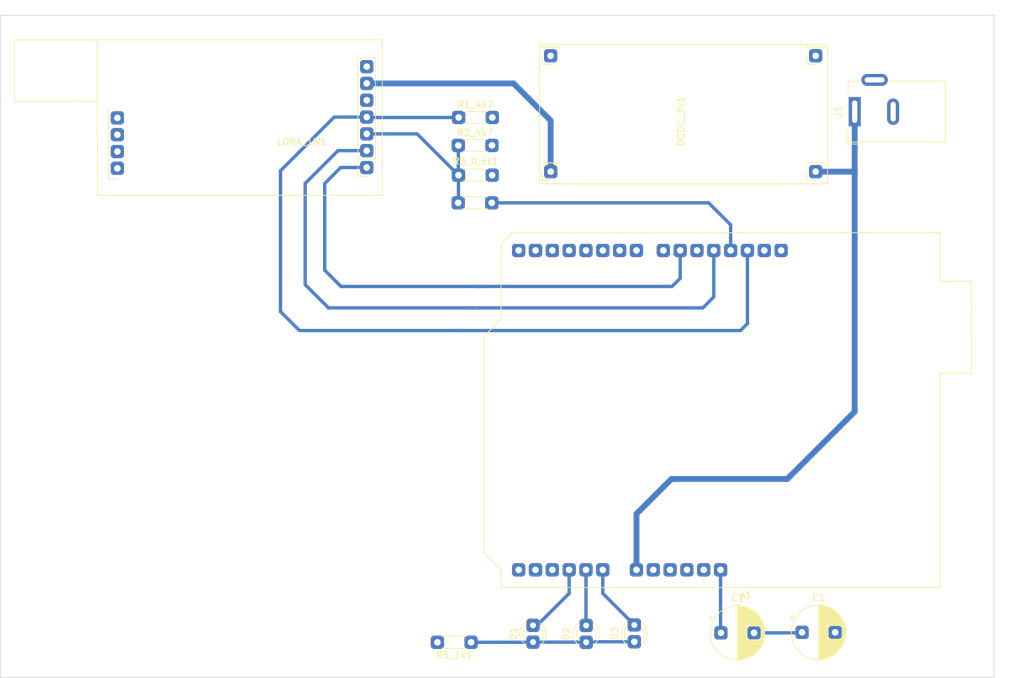
<source format=kicad_pcb>
(kicad_pcb (version 20171130) (host pcbnew "(5.1.6)-1")

  (general
    (thickness 1.6)
    (drawings 6)
    (tracks 70)
    (zones 0)
    (modules 14)
    (nets 32)
  )

  (page A4)
  (title_block
    (title "PCB Receptor")
    (date 2020-05-26)
    (rev 1.0)
    (company "Open Source")
  )

  (layers
    (0 F.Cu signal)
    (31 B.Cu signal)
    (32 B.Adhes user)
    (33 F.Adhes user)
    (34 B.Paste user)
    (35 F.Paste user)
    (36 B.SilkS user)
    (37 F.SilkS user)
    (38 B.Mask user)
    (39 F.Mask user)
    (40 Dwgs.User user)
    (41 Cmts.User user)
    (42 Eco1.User user)
    (43 Eco2.User user)
    (44 Edge.Cuts user)
    (45 Margin user)
    (46 B.CrtYd user)
    (47 F.CrtYd user)
    (48 B.Fab user)
    (49 F.Fab user)
  )

  (setup
    (last_trace_width 0.508)
    (user_trace_width 0.508)
    (user_trace_width 0.889)
    (user_trace_width 1)
    (trace_clearance 0.2)
    (zone_clearance 0.7)
    (zone_45_only no)
    (trace_min 0.2)
    (via_size 0.8)
    (via_drill 0.4)
    (via_min_size 0.4)
    (via_min_drill 0.3)
    (uvia_size 0.3)
    (uvia_drill 0.1)
    (uvias_allowed no)
    (uvia_min_size 0.2)
    (uvia_min_drill 0.1)
    (edge_width 0.05)
    (segment_width 0.2)
    (pcb_text_width 0.3)
    (pcb_text_size 1.5 1.5)
    (mod_edge_width 0.12)
    (mod_text_size 1 1)
    (mod_text_width 0.15)
    (pad_size 2 2)
    (pad_drill 1)
    (pad_to_mask_clearance 0.05)
    (aux_axis_origin 0 0)
    (visible_elements 7FFFF7FF)
    (pcbplotparams
      (layerselection 0x010fc_ffffffff)
      (usegerberextensions false)
      (usegerberattributes true)
      (usegerberadvancedattributes true)
      (creategerberjobfile true)
      (excludeedgelayer true)
      (linewidth 0.100000)
      (plotframeref false)
      (viasonmask false)
      (mode 1)
      (useauxorigin false)
      (hpglpennumber 1)
      (hpglpenspeed 20)
      (hpglpendiameter 15.000000)
      (psnegative false)
      (psa4output false)
      (plotreference true)
      (plotvalue true)
      (plotinvisibletext false)
      (padsonsilk false)
      (subtractmaskfromsilk false)
      (outputformat 1)
      (mirror false)
      (drillshape 1)
      (scaleselection 1)
      (outputdirectory ""))
  )

  (net 0 "")
  (net 1 GND)
  (net 2 RX_LORA)
  (net 3 "Net-(A1-Pad26)")
  (net 4 "Net-(A1-Pad1)")
  (net 5 M1)
  (net 6 M0)
  (net 7 TX_LORA)
  (net 8 VIN)
  (net 9 "Net-(A1-Pad16)")
  (net 10 "Net-(A1-Pad15)")
  (net 11 "Net-(A1-Pad28)")
  (net 12 "Net-(A1-Pad27)")
  (net 13 3.3V_DCDC)
  (net 14 "Net-(LORA_1W1-Pad5)")
  (net 15 "Net-(A1-Pad6)")
  (net 16 "Net-(A1-Pad8)")
  (net 17 "Net-(A1-Pad19)")
  (net 18 "Net-(A1-Pad18)")
  (net 19 "Net-(A1-Pad9)")
  (net 20 "Net-(A1-Pad14)")
  (net 21 "Net-(1k1-Pad2)")
  (net 22 "Net-(A1-Pad10)")
  (net 23 "Net-(A1-Pad11)")
  (net 24 "Net-(A1-Pad12)")
  (net 25 "Net-(A1-Pad13)")
  (net 26 A1)
  (net 27 A0)
  (net 28 A2)
  (net 29 GND_LED)
  (net 30 RST)
  (net 31 "Net-(C1-Pad1)")

  (net_class Default "This is the default net class."
    (clearance 0.2)
    (trace_width 0.25)
    (via_dia 0.8)
    (via_drill 0.4)
    (uvia_dia 0.3)
    (uvia_drill 0.1)
    (add_net 3.3V_DCDC)
    (add_net A0)
    (add_net A1)
    (add_net A2)
    (add_net GND)
    (add_net GND_LED)
    (add_net M0)
    (add_net M1)
    (add_net "Net-(1k1-Pad2)")
    (add_net "Net-(A1-Pad1)")
    (add_net "Net-(A1-Pad10)")
    (add_net "Net-(A1-Pad11)")
    (add_net "Net-(A1-Pad12)")
    (add_net "Net-(A1-Pad13)")
    (add_net "Net-(A1-Pad14)")
    (add_net "Net-(A1-Pad15)")
    (add_net "Net-(A1-Pad16)")
    (add_net "Net-(A1-Pad18)")
    (add_net "Net-(A1-Pad19)")
    (add_net "Net-(A1-Pad26)")
    (add_net "Net-(A1-Pad27)")
    (add_net "Net-(A1-Pad28)")
    (add_net "Net-(A1-Pad6)")
    (add_net "Net-(A1-Pad8)")
    (add_net "Net-(A1-Pad9)")
    (add_net "Net-(C1-Pad1)")
    (add_net "Net-(LORA_1W1-Pad5)")
    (add_net RST)
    (add_net RX_LORA)
    (add_net TX_LORA)
    (add_net VIN)
  )

  (module Capacitor_THT:CP_Radial_D8.0mm_P5.00mm (layer F.Cu) (tedit 5FC6DD52) (tstamp 5FC6E75E)
    (at 158.775 120.25)
    (descr "CP, Radial series, Radial, pin pitch=5.00mm, , diameter=8mm, Electrolytic Capacitor")
    (tags "CP Radial series Radial pin pitch 5.00mm  diameter 8mm Electrolytic Capacitor")
    (path /5FC7046A)
    (fp_text reference C2 (at 2.5 -5.25) (layer F.SilkS)
      (effects (font (size 1 1) (thickness 0.15)))
    )
    (fp_text value CP (at 2.5 5.25) (layer F.Fab)
      (effects (font (size 1 1) (thickness 0.15)))
    )
    (fp_text user %R (at 2.5 0) (layer F.Fab)
      (effects (font (size 1 1) (thickness 0.15)))
    )
    (fp_circle (center 2.5 0) (end 6.5 0) (layer F.Fab) (width 0.1))
    (fp_circle (center 2.5 0) (end 6.62 0) (layer F.SilkS) (width 0.12))
    (fp_circle (center 2.5 0) (end 6.75 0) (layer F.CrtYd) (width 0.05))
    (fp_line (start -0.926759 -1.7475) (end -0.126759 -1.7475) (layer F.Fab) (width 0.1))
    (fp_line (start -0.526759 -2.1475) (end -0.526759 -1.3475) (layer F.Fab) (width 0.1))
    (fp_line (start 2.5 -4.08) (end 2.5 4.08) (layer F.SilkS) (width 0.12))
    (fp_line (start 2.54 -4.08) (end 2.54 4.08) (layer F.SilkS) (width 0.12))
    (fp_line (start 2.58 -4.08) (end 2.58 4.08) (layer F.SilkS) (width 0.12))
    (fp_line (start 2.62 -4.079) (end 2.62 4.079) (layer F.SilkS) (width 0.12))
    (fp_line (start 2.66 -4.077) (end 2.66 4.077) (layer F.SilkS) (width 0.12))
    (fp_line (start 2.7 -4.076) (end 2.7 4.076) (layer F.SilkS) (width 0.12))
    (fp_line (start 2.74 -4.074) (end 2.74 4.074) (layer F.SilkS) (width 0.12))
    (fp_line (start 2.78 -4.071) (end 2.78 4.071) (layer F.SilkS) (width 0.12))
    (fp_line (start 2.82 -4.068) (end 2.82 4.068) (layer F.SilkS) (width 0.12))
    (fp_line (start 2.86 -4.065) (end 2.86 4.065) (layer F.SilkS) (width 0.12))
    (fp_line (start 2.9 -4.061) (end 2.9 4.061) (layer F.SilkS) (width 0.12))
    (fp_line (start 2.94 -4.057) (end 2.94 4.057) (layer F.SilkS) (width 0.12))
    (fp_line (start 2.98 -4.052) (end 2.98 4.052) (layer F.SilkS) (width 0.12))
    (fp_line (start 3.02 -4.048) (end 3.02 4.048) (layer F.SilkS) (width 0.12))
    (fp_line (start 3.06 -4.042) (end 3.06 4.042) (layer F.SilkS) (width 0.12))
    (fp_line (start 3.1 -4.037) (end 3.1 4.037) (layer F.SilkS) (width 0.12))
    (fp_line (start 3.14 -4.03) (end 3.14 4.03) (layer F.SilkS) (width 0.12))
    (fp_line (start 3.18 -4.024) (end 3.18 4.024) (layer F.SilkS) (width 0.12))
    (fp_line (start 3.221 -4.017) (end 3.221 4.017) (layer F.SilkS) (width 0.12))
    (fp_line (start 3.261 -4.01) (end 3.261 4.01) (layer F.SilkS) (width 0.12))
    (fp_line (start 3.301 -4.002) (end 3.301 4.002) (layer F.SilkS) (width 0.12))
    (fp_line (start 3.341 -3.994) (end 3.341 3.994) (layer F.SilkS) (width 0.12))
    (fp_line (start 3.381 -3.985) (end 3.381 3.985) (layer F.SilkS) (width 0.12))
    (fp_line (start 3.421 -3.976) (end 3.421 3.976) (layer F.SilkS) (width 0.12))
    (fp_line (start 3.461 -3.967) (end 3.461 3.967) (layer F.SilkS) (width 0.12))
    (fp_line (start 3.501 -3.957) (end 3.501 3.957) (layer F.SilkS) (width 0.12))
    (fp_line (start 3.541 -3.947) (end 3.541 3.947) (layer F.SilkS) (width 0.12))
    (fp_line (start 3.581 -3.936) (end 3.581 3.936) (layer F.SilkS) (width 0.12))
    (fp_line (start 3.621 -3.925) (end 3.621 3.925) (layer F.SilkS) (width 0.12))
    (fp_line (start 3.661 -3.914) (end 3.661 3.914) (layer F.SilkS) (width 0.12))
    (fp_line (start 3.701 -3.902) (end 3.701 3.902) (layer F.SilkS) (width 0.12))
    (fp_line (start 3.741 -3.889) (end 3.741 3.889) (layer F.SilkS) (width 0.12))
    (fp_line (start 3.781 -3.877) (end 3.781 3.877) (layer F.SilkS) (width 0.12))
    (fp_line (start 3.821 -3.863) (end 3.821 3.863) (layer F.SilkS) (width 0.12))
    (fp_line (start 3.861 -3.85) (end 3.861 3.85) (layer F.SilkS) (width 0.12))
    (fp_line (start 3.901 -3.835) (end 3.901 3.835) (layer F.SilkS) (width 0.12))
    (fp_line (start 3.941 -3.821) (end 3.941 3.821) (layer F.SilkS) (width 0.12))
    (fp_line (start 3.981 -3.805) (end 3.981 -1.04) (layer F.SilkS) (width 0.12))
    (fp_line (start 3.981 1.04) (end 3.981 3.805) (layer F.SilkS) (width 0.12))
    (fp_line (start 4.021 -3.79) (end 4.021 -1.04) (layer F.SilkS) (width 0.12))
    (fp_line (start 4.021 1.04) (end 4.021 3.79) (layer F.SilkS) (width 0.12))
    (fp_line (start 4.061 -3.774) (end 4.061 -1.04) (layer F.SilkS) (width 0.12))
    (fp_line (start 4.061 1.04) (end 4.061 3.774) (layer F.SilkS) (width 0.12))
    (fp_line (start 4.101 -3.757) (end 4.101 -1.04) (layer F.SilkS) (width 0.12))
    (fp_line (start 4.101 1.04) (end 4.101 3.757) (layer F.SilkS) (width 0.12))
    (fp_line (start 4.141 -3.74) (end 4.141 -1.04) (layer F.SilkS) (width 0.12))
    (fp_line (start 4.141 1.04) (end 4.141 3.74) (layer F.SilkS) (width 0.12))
    (fp_line (start 4.181 -3.722) (end 4.181 -1.04) (layer F.SilkS) (width 0.12))
    (fp_line (start 4.181 1.04) (end 4.181 3.722) (layer F.SilkS) (width 0.12))
    (fp_line (start 4.221 -3.704) (end 4.221 -1.04) (layer F.SilkS) (width 0.12))
    (fp_line (start 4.221 1.04) (end 4.221 3.704) (layer F.SilkS) (width 0.12))
    (fp_line (start 4.261 -3.686) (end 4.261 -1.04) (layer F.SilkS) (width 0.12))
    (fp_line (start 4.261 1.04) (end 4.261 3.686) (layer F.SilkS) (width 0.12))
    (fp_line (start 4.301 -3.666) (end 4.301 -1.04) (layer F.SilkS) (width 0.12))
    (fp_line (start 4.301 1.04) (end 4.301 3.666) (layer F.SilkS) (width 0.12))
    (fp_line (start 4.341 -3.647) (end 4.341 -1.04) (layer F.SilkS) (width 0.12))
    (fp_line (start 4.341 1.04) (end 4.341 3.647) (layer F.SilkS) (width 0.12))
    (fp_line (start 4.381 -3.627) (end 4.381 -1.04) (layer F.SilkS) (width 0.12))
    (fp_line (start 4.381 1.04) (end 4.381 3.627) (layer F.SilkS) (width 0.12))
    (fp_line (start 4.421 -3.606) (end 4.421 -1.04) (layer F.SilkS) (width 0.12))
    (fp_line (start 4.421 1.04) (end 4.421 3.606) (layer F.SilkS) (width 0.12))
    (fp_line (start 4.461 -3.584) (end 4.461 -1.04) (layer F.SilkS) (width 0.12))
    (fp_line (start 4.461 1.04) (end 4.461 3.584) (layer F.SilkS) (width 0.12))
    (fp_line (start 4.501 -3.562) (end 4.501 -1.04) (layer F.SilkS) (width 0.12))
    (fp_line (start 4.501 1.04) (end 4.501 3.562) (layer F.SilkS) (width 0.12))
    (fp_line (start 4.541 -3.54) (end 4.541 -1.04) (layer F.SilkS) (width 0.12))
    (fp_line (start 4.541 1.04) (end 4.541 3.54) (layer F.SilkS) (width 0.12))
    (fp_line (start 4.581 -3.517) (end 4.581 -1.04) (layer F.SilkS) (width 0.12))
    (fp_line (start 4.581 1.04) (end 4.581 3.517) (layer F.SilkS) (width 0.12))
    (fp_line (start 4.621 -3.493) (end 4.621 -1.04) (layer F.SilkS) (width 0.12))
    (fp_line (start 4.621 1.04) (end 4.621 3.493) (layer F.SilkS) (width 0.12))
    (fp_line (start 4.661 -3.469) (end 4.661 -1.04) (layer F.SilkS) (width 0.12))
    (fp_line (start 4.661 1.04) (end 4.661 3.469) (layer F.SilkS) (width 0.12))
    (fp_line (start 4.701 -3.444) (end 4.701 -1.04) (layer F.SilkS) (width 0.12))
    (fp_line (start 4.701 1.04) (end 4.701 3.444) (layer F.SilkS) (width 0.12))
    (fp_line (start 4.741 -3.418) (end 4.741 -1.04) (layer F.SilkS) (width 0.12))
    (fp_line (start 4.741 1.04) (end 4.741 3.418) (layer F.SilkS) (width 0.12))
    (fp_line (start 4.781 -3.392) (end 4.781 -1.04) (layer F.SilkS) (width 0.12))
    (fp_line (start 4.781 1.04) (end 4.781 3.392) (layer F.SilkS) (width 0.12))
    (fp_line (start 4.821 -3.365) (end 4.821 -1.04) (layer F.SilkS) (width 0.12))
    (fp_line (start 4.821 1.04) (end 4.821 3.365) (layer F.SilkS) (width 0.12))
    (fp_line (start 4.861 -3.338) (end 4.861 -1.04) (layer F.SilkS) (width 0.12))
    (fp_line (start 4.861 1.04) (end 4.861 3.338) (layer F.SilkS) (width 0.12))
    (fp_line (start 4.901 -3.309) (end 4.901 -1.04) (layer F.SilkS) (width 0.12))
    (fp_line (start 4.901 1.04) (end 4.901 3.309) (layer F.SilkS) (width 0.12))
    (fp_line (start 4.941 -3.28) (end 4.941 -1.04) (layer F.SilkS) (width 0.12))
    (fp_line (start 4.941 1.04) (end 4.941 3.28) (layer F.SilkS) (width 0.12))
    (fp_line (start 4.981 -3.25) (end 4.981 -1.04) (layer F.SilkS) (width 0.12))
    (fp_line (start 4.981 1.04) (end 4.981 3.25) (layer F.SilkS) (width 0.12))
    (fp_line (start 5.021 -3.22) (end 5.021 -1.04) (layer F.SilkS) (width 0.12))
    (fp_line (start 5.021 1.04) (end 5.021 3.22) (layer F.SilkS) (width 0.12))
    (fp_line (start 5.061 -3.189) (end 5.061 -1.04) (layer F.SilkS) (width 0.12))
    (fp_line (start 5.061 1.04) (end 5.061 3.189) (layer F.SilkS) (width 0.12))
    (fp_line (start 5.101 -3.156) (end 5.101 -1.04) (layer F.SilkS) (width 0.12))
    (fp_line (start 5.101 1.04) (end 5.101 3.156) (layer F.SilkS) (width 0.12))
    (fp_line (start 5.141 -3.124) (end 5.141 -1.04) (layer F.SilkS) (width 0.12))
    (fp_line (start 5.141 1.04) (end 5.141 3.124) (layer F.SilkS) (width 0.12))
    (fp_line (start 5.181 -3.09) (end 5.181 -1.04) (layer F.SilkS) (width 0.12))
    (fp_line (start 5.181 1.04) (end 5.181 3.09) (layer F.SilkS) (width 0.12))
    (fp_line (start 5.221 -3.055) (end 5.221 -1.04) (layer F.SilkS) (width 0.12))
    (fp_line (start 5.221 1.04) (end 5.221 3.055) (layer F.SilkS) (width 0.12))
    (fp_line (start 5.261 -3.019) (end 5.261 -1.04) (layer F.SilkS) (width 0.12))
    (fp_line (start 5.261 1.04) (end 5.261 3.019) (layer F.SilkS) (width 0.12))
    (fp_line (start 5.301 -2.983) (end 5.301 -1.04) (layer F.SilkS) (width 0.12))
    (fp_line (start 5.301 1.04) (end 5.301 2.983) (layer F.SilkS) (width 0.12))
    (fp_line (start 5.341 -2.945) (end 5.341 -1.04) (layer F.SilkS) (width 0.12))
    (fp_line (start 5.341 1.04) (end 5.341 2.945) (layer F.SilkS) (width 0.12))
    (fp_line (start 5.381 -2.907) (end 5.381 -1.04) (layer F.SilkS) (width 0.12))
    (fp_line (start 5.381 1.04) (end 5.381 2.907) (layer F.SilkS) (width 0.12))
    (fp_line (start 5.421 -2.867) (end 5.421 -1.04) (layer F.SilkS) (width 0.12))
    (fp_line (start 5.421 1.04) (end 5.421 2.867) (layer F.SilkS) (width 0.12))
    (fp_line (start 5.461 -2.826) (end 5.461 -1.04) (layer F.SilkS) (width 0.12))
    (fp_line (start 5.461 1.04) (end 5.461 2.826) (layer F.SilkS) (width 0.12))
    (fp_line (start 5.501 -2.784) (end 5.501 -1.04) (layer F.SilkS) (width 0.12))
    (fp_line (start 5.501 1.04) (end 5.501 2.784) (layer F.SilkS) (width 0.12))
    (fp_line (start 5.541 -2.741) (end 5.541 -1.04) (layer F.SilkS) (width 0.12))
    (fp_line (start 5.541 1.04) (end 5.541 2.741) (layer F.SilkS) (width 0.12))
    (fp_line (start 5.581 -2.697) (end 5.581 -1.04) (layer F.SilkS) (width 0.12))
    (fp_line (start 5.581 1.04) (end 5.581 2.697) (layer F.SilkS) (width 0.12))
    (fp_line (start 5.621 -2.651) (end 5.621 -1.04) (layer F.SilkS) (width 0.12))
    (fp_line (start 5.621 1.04) (end 5.621 2.651) (layer F.SilkS) (width 0.12))
    (fp_line (start 5.661 -2.604) (end 5.661 -1.04) (layer F.SilkS) (width 0.12))
    (fp_line (start 5.661 1.04) (end 5.661 2.604) (layer F.SilkS) (width 0.12))
    (fp_line (start 5.701 -2.556) (end 5.701 -1.04) (layer F.SilkS) (width 0.12))
    (fp_line (start 5.701 1.04) (end 5.701 2.556) (layer F.SilkS) (width 0.12))
    (fp_line (start 5.741 -2.505) (end 5.741 -1.04) (layer F.SilkS) (width 0.12))
    (fp_line (start 5.741 1.04) (end 5.741 2.505) (layer F.SilkS) (width 0.12))
    (fp_line (start 5.781 -2.454) (end 5.781 -1.04) (layer F.SilkS) (width 0.12))
    (fp_line (start 5.781 1.04) (end 5.781 2.454) (layer F.SilkS) (width 0.12))
    (fp_line (start 5.821 -2.4) (end 5.821 -1.04) (layer F.SilkS) (width 0.12))
    (fp_line (start 5.821 1.04) (end 5.821 2.4) (layer F.SilkS) (width 0.12))
    (fp_line (start 5.861 -2.345) (end 5.861 -1.04) (layer F.SilkS) (width 0.12))
    (fp_line (start 5.861 1.04) (end 5.861 2.345) (layer F.SilkS) (width 0.12))
    (fp_line (start 5.901 -2.287) (end 5.901 -1.04) (layer F.SilkS) (width 0.12))
    (fp_line (start 5.901 1.04) (end 5.901 2.287) (layer F.SilkS) (width 0.12))
    (fp_line (start 5.941 -2.228) (end 5.941 -1.04) (layer F.SilkS) (width 0.12))
    (fp_line (start 5.941 1.04) (end 5.941 2.228) (layer F.SilkS) (width 0.12))
    (fp_line (start 5.981 -2.166) (end 5.981 -1.04) (layer F.SilkS) (width 0.12))
    (fp_line (start 5.981 1.04) (end 5.981 2.166) (layer F.SilkS) (width 0.12))
    (fp_line (start 6.021 -2.102) (end 6.021 -1.04) (layer F.SilkS) (width 0.12))
    (fp_line (start 6.021 1.04) (end 6.021 2.102) (layer F.SilkS) (width 0.12))
    (fp_line (start 6.061 -2.034) (end 6.061 2.034) (layer F.SilkS) (width 0.12))
    (fp_line (start 6.101 -1.964) (end 6.101 1.964) (layer F.SilkS) (width 0.12))
    (fp_line (start 6.141 -1.89) (end 6.141 1.89) (layer F.SilkS) (width 0.12))
    (fp_line (start 6.181 -1.813) (end 6.181 1.813) (layer F.SilkS) (width 0.12))
    (fp_line (start 6.221 -1.731) (end 6.221 1.731) (layer F.SilkS) (width 0.12))
    (fp_line (start 6.261 -1.645) (end 6.261 1.645) (layer F.SilkS) (width 0.12))
    (fp_line (start 6.301 -1.552) (end 6.301 1.552) (layer F.SilkS) (width 0.12))
    (fp_line (start 6.341 -1.453) (end 6.341 1.453) (layer F.SilkS) (width 0.12))
    (fp_line (start 6.381 -1.346) (end 6.381 1.346) (layer F.SilkS) (width 0.12))
    (fp_line (start 6.421 -1.229) (end 6.421 1.229) (layer F.SilkS) (width 0.12))
    (fp_line (start 6.461 -1.098) (end 6.461 1.098) (layer F.SilkS) (width 0.12))
    (fp_line (start 6.501 -0.948) (end 6.501 0.948) (layer F.SilkS) (width 0.12))
    (fp_line (start 6.541 -0.768) (end 6.541 0.768) (layer F.SilkS) (width 0.12))
    (fp_line (start 6.581 -0.533) (end 6.581 0.533) (layer F.SilkS) (width 0.12))
    (fp_line (start -1.909698 -2.315) (end -1.109698 -2.315) (layer F.SilkS) (width 0.12))
    (fp_line (start -1.509698 -2.715) (end -1.509698 -1.915) (layer F.SilkS) (width 0.12))
    (pad 2 thru_hole roundrect (at 5 0) (size 2 2) (drill 1) (layers *.Cu *.Mask) (roundrect_rratio 0.25)
      (net 31 "Net-(C1-Pad1)") (clearance 0.5))
    (pad 1 thru_hole roundrect (at 0 0) (size 2 2) (drill 1) (layers *.Cu *.Mask) (roundrect_rratio 0.25)
      (net 30 RST) (clearance 0.5))
    (model ${KISYS3DMOD}/Capacitor_THT.3dshapes/CP_Radial_D8.0mm_P5.00mm.wrl
      (at (xyz 0 0 0))
      (scale (xyz 1 1 1))
      (rotate (xyz 0 0 0))
    )
  )

  (module Capacitor_THT:CP_Radial_D8.0mm_P5.00mm (layer F.Cu) (tedit 5FC6DD77) (tstamp 5FC6E6B5)
    (at 171.025 120.175)
    (descr "CP, Radial series, Radial, pin pitch=5.00mm, , diameter=8mm, Electrolytic Capacitor")
    (tags "CP Radial series Radial pin pitch 5.00mm  diameter 8mm Electrolytic Capacitor")
    (path /5FC6F8E3)
    (fp_text reference C1 (at 2.5 -5.25) (layer F.SilkS)
      (effects (font (size 1 1) (thickness 0.15)))
    )
    (fp_text value CP (at 2.5 5.25) (layer F.Fab)
      (effects (font (size 1 1) (thickness 0.15)))
    )
    (fp_text user %R (at 2.5 0) (layer F.Fab)
      (effects (font (size 1 1) (thickness 0.15)))
    )
    (fp_circle (center 2.5 0) (end 6.5 0) (layer F.Fab) (width 0.1))
    (fp_circle (center 2.5 0) (end 6.62 0) (layer F.SilkS) (width 0.12))
    (fp_circle (center 2.5 0) (end 6.75 0) (layer F.CrtYd) (width 0.05))
    (fp_line (start -0.926759 -1.7475) (end -0.126759 -1.7475) (layer F.Fab) (width 0.1))
    (fp_line (start -0.526759 -2.1475) (end -0.526759 -1.3475) (layer F.Fab) (width 0.1))
    (fp_line (start 2.5 -4.08) (end 2.5 4.08) (layer F.SilkS) (width 0.12))
    (fp_line (start 2.54 -4.08) (end 2.54 4.08) (layer F.SilkS) (width 0.12))
    (fp_line (start 2.58 -4.08) (end 2.58 4.08) (layer F.SilkS) (width 0.12))
    (fp_line (start 2.62 -4.079) (end 2.62 4.079) (layer F.SilkS) (width 0.12))
    (fp_line (start 2.66 -4.077) (end 2.66 4.077) (layer F.SilkS) (width 0.12))
    (fp_line (start 2.7 -4.076) (end 2.7 4.076) (layer F.SilkS) (width 0.12))
    (fp_line (start 2.74 -4.074) (end 2.74 4.074) (layer F.SilkS) (width 0.12))
    (fp_line (start 2.78 -4.071) (end 2.78 4.071) (layer F.SilkS) (width 0.12))
    (fp_line (start 2.82 -4.068) (end 2.82 4.068) (layer F.SilkS) (width 0.12))
    (fp_line (start 2.86 -4.065) (end 2.86 4.065) (layer F.SilkS) (width 0.12))
    (fp_line (start 2.9 -4.061) (end 2.9 4.061) (layer F.SilkS) (width 0.12))
    (fp_line (start 2.94 -4.057) (end 2.94 4.057) (layer F.SilkS) (width 0.12))
    (fp_line (start 2.98 -4.052) (end 2.98 4.052) (layer F.SilkS) (width 0.12))
    (fp_line (start 3.02 -4.048) (end 3.02 4.048) (layer F.SilkS) (width 0.12))
    (fp_line (start 3.06 -4.042) (end 3.06 4.042) (layer F.SilkS) (width 0.12))
    (fp_line (start 3.1 -4.037) (end 3.1 4.037) (layer F.SilkS) (width 0.12))
    (fp_line (start 3.14 -4.03) (end 3.14 4.03) (layer F.SilkS) (width 0.12))
    (fp_line (start 3.18 -4.024) (end 3.18 4.024) (layer F.SilkS) (width 0.12))
    (fp_line (start 3.221 -4.017) (end 3.221 4.017) (layer F.SilkS) (width 0.12))
    (fp_line (start 3.261 -4.01) (end 3.261 4.01) (layer F.SilkS) (width 0.12))
    (fp_line (start 3.301 -4.002) (end 3.301 4.002) (layer F.SilkS) (width 0.12))
    (fp_line (start 3.341 -3.994) (end 3.341 3.994) (layer F.SilkS) (width 0.12))
    (fp_line (start 3.381 -3.985) (end 3.381 3.985) (layer F.SilkS) (width 0.12))
    (fp_line (start 3.421 -3.976) (end 3.421 3.976) (layer F.SilkS) (width 0.12))
    (fp_line (start 3.461 -3.967) (end 3.461 3.967) (layer F.SilkS) (width 0.12))
    (fp_line (start 3.501 -3.957) (end 3.501 3.957) (layer F.SilkS) (width 0.12))
    (fp_line (start 3.541 -3.947) (end 3.541 3.947) (layer F.SilkS) (width 0.12))
    (fp_line (start 3.581 -3.936) (end 3.581 3.936) (layer F.SilkS) (width 0.12))
    (fp_line (start 3.621 -3.925) (end 3.621 3.925) (layer F.SilkS) (width 0.12))
    (fp_line (start 3.661 -3.914) (end 3.661 3.914) (layer F.SilkS) (width 0.12))
    (fp_line (start 3.701 -3.902) (end 3.701 3.902) (layer F.SilkS) (width 0.12))
    (fp_line (start 3.741 -3.889) (end 3.741 3.889) (layer F.SilkS) (width 0.12))
    (fp_line (start 3.781 -3.877) (end 3.781 3.877) (layer F.SilkS) (width 0.12))
    (fp_line (start 3.821 -3.863) (end 3.821 3.863) (layer F.SilkS) (width 0.12))
    (fp_line (start 3.861 -3.85) (end 3.861 3.85) (layer F.SilkS) (width 0.12))
    (fp_line (start 3.901 -3.835) (end 3.901 3.835) (layer F.SilkS) (width 0.12))
    (fp_line (start 3.941 -3.821) (end 3.941 3.821) (layer F.SilkS) (width 0.12))
    (fp_line (start 3.981 -3.805) (end 3.981 -1.04) (layer F.SilkS) (width 0.12))
    (fp_line (start 3.981 1.04) (end 3.981 3.805) (layer F.SilkS) (width 0.12))
    (fp_line (start 4.021 -3.79) (end 4.021 -1.04) (layer F.SilkS) (width 0.12))
    (fp_line (start 4.021 1.04) (end 4.021 3.79) (layer F.SilkS) (width 0.12))
    (fp_line (start 4.061 -3.774) (end 4.061 -1.04) (layer F.SilkS) (width 0.12))
    (fp_line (start 4.061 1.04) (end 4.061 3.774) (layer F.SilkS) (width 0.12))
    (fp_line (start 4.101 -3.757) (end 4.101 -1.04) (layer F.SilkS) (width 0.12))
    (fp_line (start 4.101 1.04) (end 4.101 3.757) (layer F.SilkS) (width 0.12))
    (fp_line (start 4.141 -3.74) (end 4.141 -1.04) (layer F.SilkS) (width 0.12))
    (fp_line (start 4.141 1.04) (end 4.141 3.74) (layer F.SilkS) (width 0.12))
    (fp_line (start 4.181 -3.722) (end 4.181 -1.04) (layer F.SilkS) (width 0.12))
    (fp_line (start 4.181 1.04) (end 4.181 3.722) (layer F.SilkS) (width 0.12))
    (fp_line (start 4.221 -3.704) (end 4.221 -1.04) (layer F.SilkS) (width 0.12))
    (fp_line (start 4.221 1.04) (end 4.221 3.704) (layer F.SilkS) (width 0.12))
    (fp_line (start 4.261 -3.686) (end 4.261 -1.04) (layer F.SilkS) (width 0.12))
    (fp_line (start 4.261 1.04) (end 4.261 3.686) (layer F.SilkS) (width 0.12))
    (fp_line (start 4.301 -3.666) (end 4.301 -1.04) (layer F.SilkS) (width 0.12))
    (fp_line (start 4.301 1.04) (end 4.301 3.666) (layer F.SilkS) (width 0.12))
    (fp_line (start 4.341 -3.647) (end 4.341 -1.04) (layer F.SilkS) (width 0.12))
    (fp_line (start 4.341 1.04) (end 4.341 3.647) (layer F.SilkS) (width 0.12))
    (fp_line (start 4.381 -3.627) (end 4.381 -1.04) (layer F.SilkS) (width 0.12))
    (fp_line (start 4.381 1.04) (end 4.381 3.627) (layer F.SilkS) (width 0.12))
    (fp_line (start 4.421 -3.606) (end 4.421 -1.04) (layer F.SilkS) (width 0.12))
    (fp_line (start 4.421 1.04) (end 4.421 3.606) (layer F.SilkS) (width 0.12))
    (fp_line (start 4.461 -3.584) (end 4.461 -1.04) (layer F.SilkS) (width 0.12))
    (fp_line (start 4.461 1.04) (end 4.461 3.584) (layer F.SilkS) (width 0.12))
    (fp_line (start 4.501 -3.562) (end 4.501 -1.04) (layer F.SilkS) (width 0.12))
    (fp_line (start 4.501 1.04) (end 4.501 3.562) (layer F.SilkS) (width 0.12))
    (fp_line (start 4.541 -3.54) (end 4.541 -1.04) (layer F.SilkS) (width 0.12))
    (fp_line (start 4.541 1.04) (end 4.541 3.54) (layer F.SilkS) (width 0.12))
    (fp_line (start 4.581 -3.517) (end 4.581 -1.04) (layer F.SilkS) (width 0.12))
    (fp_line (start 4.581 1.04) (end 4.581 3.517) (layer F.SilkS) (width 0.12))
    (fp_line (start 4.621 -3.493) (end 4.621 -1.04) (layer F.SilkS) (width 0.12))
    (fp_line (start 4.621 1.04) (end 4.621 3.493) (layer F.SilkS) (width 0.12))
    (fp_line (start 4.661 -3.469) (end 4.661 -1.04) (layer F.SilkS) (width 0.12))
    (fp_line (start 4.661 1.04) (end 4.661 3.469) (layer F.SilkS) (width 0.12))
    (fp_line (start 4.701 -3.444) (end 4.701 -1.04) (layer F.SilkS) (width 0.12))
    (fp_line (start 4.701 1.04) (end 4.701 3.444) (layer F.SilkS) (width 0.12))
    (fp_line (start 4.741 -3.418) (end 4.741 -1.04) (layer F.SilkS) (width 0.12))
    (fp_line (start 4.741 1.04) (end 4.741 3.418) (layer F.SilkS) (width 0.12))
    (fp_line (start 4.781 -3.392) (end 4.781 -1.04) (layer F.SilkS) (width 0.12))
    (fp_line (start 4.781 1.04) (end 4.781 3.392) (layer F.SilkS) (width 0.12))
    (fp_line (start 4.821 -3.365) (end 4.821 -1.04) (layer F.SilkS) (width 0.12))
    (fp_line (start 4.821 1.04) (end 4.821 3.365) (layer F.SilkS) (width 0.12))
    (fp_line (start 4.861 -3.338) (end 4.861 -1.04) (layer F.SilkS) (width 0.12))
    (fp_line (start 4.861 1.04) (end 4.861 3.338) (layer F.SilkS) (width 0.12))
    (fp_line (start 4.901 -3.309) (end 4.901 -1.04) (layer F.SilkS) (width 0.12))
    (fp_line (start 4.901 1.04) (end 4.901 3.309) (layer F.SilkS) (width 0.12))
    (fp_line (start 4.941 -3.28) (end 4.941 -1.04) (layer F.SilkS) (width 0.12))
    (fp_line (start 4.941 1.04) (end 4.941 3.28) (layer F.SilkS) (width 0.12))
    (fp_line (start 4.981 -3.25) (end 4.981 -1.04) (layer F.SilkS) (width 0.12))
    (fp_line (start 4.981 1.04) (end 4.981 3.25) (layer F.SilkS) (width 0.12))
    (fp_line (start 5.021 -3.22) (end 5.021 -1.04) (layer F.SilkS) (width 0.12))
    (fp_line (start 5.021 1.04) (end 5.021 3.22) (layer F.SilkS) (width 0.12))
    (fp_line (start 5.061 -3.189) (end 5.061 -1.04) (layer F.SilkS) (width 0.12))
    (fp_line (start 5.061 1.04) (end 5.061 3.189) (layer F.SilkS) (width 0.12))
    (fp_line (start 5.101 -3.156) (end 5.101 -1.04) (layer F.SilkS) (width 0.12))
    (fp_line (start 5.101 1.04) (end 5.101 3.156) (layer F.SilkS) (width 0.12))
    (fp_line (start 5.141 -3.124) (end 5.141 -1.04) (layer F.SilkS) (width 0.12))
    (fp_line (start 5.141 1.04) (end 5.141 3.124) (layer F.SilkS) (width 0.12))
    (fp_line (start 5.181 -3.09) (end 5.181 -1.04) (layer F.SilkS) (width 0.12))
    (fp_line (start 5.181 1.04) (end 5.181 3.09) (layer F.SilkS) (width 0.12))
    (fp_line (start 5.221 -3.055) (end 5.221 -1.04) (layer F.SilkS) (width 0.12))
    (fp_line (start 5.221 1.04) (end 5.221 3.055) (layer F.SilkS) (width 0.12))
    (fp_line (start 5.261 -3.019) (end 5.261 -1.04) (layer F.SilkS) (width 0.12))
    (fp_line (start 5.261 1.04) (end 5.261 3.019) (layer F.SilkS) (width 0.12))
    (fp_line (start 5.301 -2.983) (end 5.301 -1.04) (layer F.SilkS) (width 0.12))
    (fp_line (start 5.301 1.04) (end 5.301 2.983) (layer F.SilkS) (width 0.12))
    (fp_line (start 5.341 -2.945) (end 5.341 -1.04) (layer F.SilkS) (width 0.12))
    (fp_line (start 5.341 1.04) (end 5.341 2.945) (layer F.SilkS) (width 0.12))
    (fp_line (start 5.381 -2.907) (end 5.381 -1.04) (layer F.SilkS) (width 0.12))
    (fp_line (start 5.381 1.04) (end 5.381 2.907) (layer F.SilkS) (width 0.12))
    (fp_line (start 5.421 -2.867) (end 5.421 -1.04) (layer F.SilkS) (width 0.12))
    (fp_line (start 5.421 1.04) (end 5.421 2.867) (layer F.SilkS) (width 0.12))
    (fp_line (start 5.461 -2.826) (end 5.461 -1.04) (layer F.SilkS) (width 0.12))
    (fp_line (start 5.461 1.04) (end 5.461 2.826) (layer F.SilkS) (width 0.12))
    (fp_line (start 5.501 -2.784) (end 5.501 -1.04) (layer F.SilkS) (width 0.12))
    (fp_line (start 5.501 1.04) (end 5.501 2.784) (layer F.SilkS) (width 0.12))
    (fp_line (start 5.541 -2.741) (end 5.541 -1.04) (layer F.SilkS) (width 0.12))
    (fp_line (start 5.541 1.04) (end 5.541 2.741) (layer F.SilkS) (width 0.12))
    (fp_line (start 5.581 -2.697) (end 5.581 -1.04) (layer F.SilkS) (width 0.12))
    (fp_line (start 5.581 1.04) (end 5.581 2.697) (layer F.SilkS) (width 0.12))
    (fp_line (start 5.621 -2.651) (end 5.621 -1.04) (layer F.SilkS) (width 0.12))
    (fp_line (start 5.621 1.04) (end 5.621 2.651) (layer F.SilkS) (width 0.12))
    (fp_line (start 5.661 -2.604) (end 5.661 -1.04) (layer F.SilkS) (width 0.12))
    (fp_line (start 5.661 1.04) (end 5.661 2.604) (layer F.SilkS) (width 0.12))
    (fp_line (start 5.701 -2.556) (end 5.701 -1.04) (layer F.SilkS) (width 0.12))
    (fp_line (start 5.701 1.04) (end 5.701 2.556) (layer F.SilkS) (width 0.12))
    (fp_line (start 5.741 -2.505) (end 5.741 -1.04) (layer F.SilkS) (width 0.12))
    (fp_line (start 5.741 1.04) (end 5.741 2.505) (layer F.SilkS) (width 0.12))
    (fp_line (start 5.781 -2.454) (end 5.781 -1.04) (layer F.SilkS) (width 0.12))
    (fp_line (start 5.781 1.04) (end 5.781 2.454) (layer F.SilkS) (width 0.12))
    (fp_line (start 5.821 -2.4) (end 5.821 -1.04) (layer F.SilkS) (width 0.12))
    (fp_line (start 5.821 1.04) (end 5.821 2.4) (layer F.SilkS) (width 0.12))
    (fp_line (start 5.861 -2.345) (end 5.861 -1.04) (layer F.SilkS) (width 0.12))
    (fp_line (start 5.861 1.04) (end 5.861 2.345) (layer F.SilkS) (width 0.12))
    (fp_line (start 5.901 -2.287) (end 5.901 -1.04) (layer F.SilkS) (width 0.12))
    (fp_line (start 5.901 1.04) (end 5.901 2.287) (layer F.SilkS) (width 0.12))
    (fp_line (start 5.941 -2.228) (end 5.941 -1.04) (layer F.SilkS) (width 0.12))
    (fp_line (start 5.941 1.04) (end 5.941 2.228) (layer F.SilkS) (width 0.12))
    (fp_line (start 5.981 -2.166) (end 5.981 -1.04) (layer F.SilkS) (width 0.12))
    (fp_line (start 5.981 1.04) (end 5.981 2.166) (layer F.SilkS) (width 0.12))
    (fp_line (start 6.021 -2.102) (end 6.021 -1.04) (layer F.SilkS) (width 0.12))
    (fp_line (start 6.021 1.04) (end 6.021 2.102) (layer F.SilkS) (width 0.12))
    (fp_line (start 6.061 -2.034) (end 6.061 2.034) (layer F.SilkS) (width 0.12))
    (fp_line (start 6.101 -1.964) (end 6.101 1.964) (layer F.SilkS) (width 0.12))
    (fp_line (start 6.141 -1.89) (end 6.141 1.89) (layer F.SilkS) (width 0.12))
    (fp_line (start 6.181 -1.813) (end 6.181 1.813) (layer F.SilkS) (width 0.12))
    (fp_line (start 6.221 -1.731) (end 6.221 1.731) (layer F.SilkS) (width 0.12))
    (fp_line (start 6.261 -1.645) (end 6.261 1.645) (layer F.SilkS) (width 0.12))
    (fp_line (start 6.301 -1.552) (end 6.301 1.552) (layer F.SilkS) (width 0.12))
    (fp_line (start 6.341 -1.453) (end 6.341 1.453) (layer F.SilkS) (width 0.12))
    (fp_line (start 6.381 -1.346) (end 6.381 1.346) (layer F.SilkS) (width 0.12))
    (fp_line (start 6.421 -1.229) (end 6.421 1.229) (layer F.SilkS) (width 0.12))
    (fp_line (start 6.461 -1.098) (end 6.461 1.098) (layer F.SilkS) (width 0.12))
    (fp_line (start 6.501 -0.948) (end 6.501 0.948) (layer F.SilkS) (width 0.12))
    (fp_line (start 6.541 -0.768) (end 6.541 0.768) (layer F.SilkS) (width 0.12))
    (fp_line (start 6.581 -0.533) (end 6.581 0.533) (layer F.SilkS) (width 0.12))
    (fp_line (start -1.909698 -2.315) (end -1.109698 -2.315) (layer F.SilkS) (width 0.12))
    (fp_line (start -1.509698 -2.715) (end -1.509698 -1.915) (layer F.SilkS) (width 0.12))
    (pad 2 thru_hole roundrect (at 5 0) (size 2 2) (drill 1) (layers *.Cu *.Mask) (roundrect_rratio 0.25)
      (net 1 GND) (clearance 0.5))
    (pad 1 thru_hole roundrect (at 0 0) (size 2 2) (drill 1) (layers *.Cu *.Mask) (roundrect_rratio 0.25)
      (net 31 "Net-(C1-Pad1)") (clearance 0.5))
    (model ${KISYS3DMOD}/Capacitor_THT.3dshapes/CP_Radial_D8.0mm_P5.00mm.wrl
      (at (xyz 0 0 0))
      (scale (xyz 1 1 1))
      (rotate (xyz 0 0 0))
    )
  )

  (module LED_THT:LED_D3.0mm (layer F.Cu) (tedit 5FC2BC2E) (tstamp 5FC331EF)
    (at 130.4 121.65 90)
    (descr "LED, diameter 3.0mm, 2 pins")
    (tags "LED diameter 3.0mm 2 pins")
    (path /5FC7EEB3)
    (fp_text reference D1 (at 1.27 -2.96 90) (layer F.SilkS)
      (effects (font (size 1 1) (thickness 0.15)))
    )
    (fp_text value LED (at -2.625 0 180) (layer F.Fab)
      (effects (font (size 1 1) (thickness 0.15)))
    )
    (fp_line (start 3.7 -2.25) (end -1.15 -2.25) (layer F.CrtYd) (width 0.05))
    (fp_line (start 3.7 2.25) (end 3.7 -2.25) (layer F.CrtYd) (width 0.05))
    (fp_line (start -1.15 2.25) (end 3.7 2.25) (layer F.CrtYd) (width 0.05))
    (fp_line (start -1.15 -2.25) (end -1.15 2.25) (layer F.CrtYd) (width 0.05))
    (fp_line (start -0.29 1.08) (end -0.29 1.236) (layer F.SilkS) (width 0.12))
    (fp_line (start -0.29 -1.236) (end -0.29 -1.08) (layer F.SilkS) (width 0.12))
    (fp_line (start -0.23 -1.16619) (end -0.23 1.16619) (layer F.Fab) (width 0.1))
    (fp_circle (center 1.27 0) (end 2.77 0) (layer F.Fab) (width 0.1))
    (fp_arc (start 1.27 0) (end 0.229039 1.08) (angle -87.9) (layer F.SilkS) (width 0.12))
    (fp_arc (start 1.27 0) (end 0.229039 -1.08) (angle 87.9) (layer F.SilkS) (width 0.12))
    (fp_arc (start 1.27 0) (end -0.29 1.235516) (angle -108.8) (layer F.SilkS) (width 0.12))
    (fp_arc (start 1.27 0) (end -0.29 -1.235516) (angle 108.8) (layer F.SilkS) (width 0.12))
    (fp_arc (start 1.27 0) (end -0.23 -1.16619) (angle 284.3) (layer F.Fab) (width 0.1))
    (pad 2 thru_hole roundrect (at 2.54 0 90) (size 2 2) (drill 0.9) (layers *.Cu *.Mask) (roundrect_rratio 0.25)
      (net 28 A2) (clearance 0.5))
    (pad 1 thru_hole roundrect (at 0 0 90) (size 2 2) (drill 0.9) (layers *.Cu *.Mask) (roundrect_rratio 0.25)
      (net 29 GND_LED) (clearance 0.5))
    (model ${KISYS3DMOD}/LED_THT.3dshapes/LED_D3.0mm.wrl
      (at (xyz 0 0 0))
      (scale (xyz 1 1 1))
      (rotate (xyz 0 0 0))
    )
  )

  (module LED_THT:LED_D3.0mm (layer F.Cu) (tedit 5FC2BBEF) (tstamp 5FC33183)
    (at 145.7 121.6 90)
    (descr "LED, diameter 3.0mm, 2 pins")
    (tags "LED diameter 3.0mm 2 pins")
    (path /5FC8532F)
    (fp_text reference D3 (at 1.27 -2.96 90) (layer F.SilkS)
      (effects (font (size 1 1) (thickness 0.15)))
    )
    (fp_text value LED (at -2.575 -0.05 180) (layer F.Fab)
      (effects (font (size 1 1) (thickness 0.15)))
    )
    (fp_line (start 3.7 -2.25) (end -1.15 -2.25) (layer F.CrtYd) (width 0.05))
    (fp_line (start 3.7 2.25) (end 3.7 -2.25) (layer F.CrtYd) (width 0.05))
    (fp_line (start -1.15 2.25) (end 3.7 2.25) (layer F.CrtYd) (width 0.05))
    (fp_line (start -1.15 -2.25) (end -1.15 2.25) (layer F.CrtYd) (width 0.05))
    (fp_line (start -0.29 1.08) (end -0.29 1.236) (layer F.SilkS) (width 0.12))
    (fp_line (start -0.29 -1.236) (end -0.29 -1.08) (layer F.SilkS) (width 0.12))
    (fp_line (start -0.23 -1.16619) (end -0.23 1.16619) (layer F.Fab) (width 0.1))
    (fp_circle (center 1.27 0) (end 2.77 0) (layer F.Fab) (width 0.1))
    (fp_arc (start 1.27 0) (end 0.229039 1.08) (angle -87.9) (layer F.SilkS) (width 0.12))
    (fp_arc (start 1.27 0) (end 0.229039 -1.08) (angle 87.9) (layer F.SilkS) (width 0.12))
    (fp_arc (start 1.27 0) (end -0.29 1.235516) (angle -108.8) (layer F.SilkS) (width 0.12))
    (fp_arc (start 1.27 0) (end -0.29 -1.235516) (angle 108.8) (layer F.SilkS) (width 0.12))
    (fp_arc (start 1.27 0) (end -0.23 -1.16619) (angle 284.3) (layer F.Fab) (width 0.1))
    (pad 2 thru_hole roundrect (at 2.54 0 90) (size 2 2) (drill 0.9) (layers *.Cu *.Mask) (roundrect_rratio 0.25)
      (net 27 A0) (clearance 0.5))
    (pad 1 thru_hole roundrect (at 0 0 90) (size 2 2) (drill 1) (layers *.Cu *.Mask) (roundrect_rratio 0.25)
      (net 29 GND_LED) (clearance 0.5))
    (model ${KISYS3DMOD}/LED_THT.3dshapes/LED_D3.0mm.wrl
      (at (xyz 0 0 0))
      (scale (xyz 1 1 1))
      (rotate (xyz 0 0 0))
    )
  )

  (module Resistor_THT:R_Axial_DIN0204_L3.6mm_D1.6mm_P5.08mm_Horizontal (layer F.Cu) (tedit 5FC300FE) (tstamp 5FC33012)
    (at 121.05 121.675 180)
    (descr "Resistor, Axial_DIN0204 series, Axial, Horizontal, pin pitch=5.08mm, 0.167W, length*diameter=3.6*1.6mm^2, http://cdn-reichelt.de/documents/datenblatt/B400/1_4W%23YAG.pdf")
    (tags "Resistor Axial_DIN0204 series Axial Horizontal pin pitch 5.08mm 0.167W length 3.6mm diameter 1.6mm")
    (path /5FC8A8D9)
    (fp_text reference R5_1k1 (at 2.54 -1.92) (layer F.SilkS)
      (effects (font (size 1 1) (thickness 0.15)))
    )
    (fp_text value R2 (at 2.54 1.92) (layer F.Fab)
      (effects (font (size 1 1) (thickness 0.15)))
    )
    (fp_line (start 6.03 -1.05) (end -0.95 -1.05) (layer F.CrtYd) (width 0.05))
    (fp_line (start 6.03 1.05) (end 6.03 -1.05) (layer F.CrtYd) (width 0.05))
    (fp_line (start -0.95 1.05) (end 6.03 1.05) (layer F.CrtYd) (width 0.05))
    (fp_line (start -0.95 -1.05) (end -0.95 1.05) (layer F.CrtYd) (width 0.05))
    (fp_line (start 0.62 0.92) (end 4.46 0.92) (layer F.SilkS) (width 0.12))
    (fp_line (start 0.62 -0.92) (end 4.46 -0.92) (layer F.SilkS) (width 0.12))
    (fp_line (start 5.08 0) (end 4.34 0) (layer F.Fab) (width 0.1))
    (fp_line (start 0 0) (end 0.74 0) (layer F.Fab) (width 0.1))
    (fp_line (start 4.34 -0.8) (end 0.74 -0.8) (layer F.Fab) (width 0.1))
    (fp_line (start 4.34 0.8) (end 4.34 -0.8) (layer F.Fab) (width 0.1))
    (fp_line (start 0.74 0.8) (end 4.34 0.8) (layer F.Fab) (width 0.1))
    (fp_line (start 0.74 -0.8) (end 0.74 0.8) (layer F.Fab) (width 0.1))
    (fp_text user %R (at 2.54 0) (layer F.Fab)
      (effects (font (size 0.72 0.72) (thickness 0.108)))
    )
    (pad 2 thru_hole roundrect (at 5.08 0 180) (size 2 2) (drill 1) (layers *.Cu *.Mask) (roundrect_rratio 0.25)
      (net 1 GND) (clearance 0.5))
    (pad 1 thru_hole roundrect (at 0 0 180) (size 2 2) (drill 1) (layers *.Cu *.Mask) (roundrect_rratio 0.25)
      (net 29 GND_LED) (clearance 0.5))
    (model ${KISYS3DMOD}/Resistor_THT.3dshapes/R_Axial_DIN0204_L3.6mm_D1.6mm_P5.08mm_Horizontal.wrl
      (at (xyz 0 0 0))
      (scale (xyz 1 1 1))
      (rotate (xyz 0 0 0))
    )
  )

  (module LED_THT:LED_D3.0mm (layer F.Cu) (tedit 5FC2BC13) (tstamp 5FC331B9)
    (at 138.425 121.675 90)
    (descr "LED, diameter 3.0mm, 2 pins")
    (tags "LED diameter 3.0mm 2 pins")
    (path /5FC7F3B6)
    (fp_text reference D2 (at 1.27 -2.96 90) (layer F.SilkS)
      (effects (font (size 1 1) (thickness 0.15)))
    )
    (fp_text value LED (at -2.525 0.025 180) (layer F.Fab)
      (effects (font (size 1 1) (thickness 0.15)))
    )
    (fp_line (start 3.7 -2.25) (end -1.15 -2.25) (layer F.CrtYd) (width 0.05))
    (fp_line (start 3.7 2.25) (end 3.7 -2.25) (layer F.CrtYd) (width 0.05))
    (fp_line (start -1.15 2.25) (end 3.7 2.25) (layer F.CrtYd) (width 0.05))
    (fp_line (start -1.15 -2.25) (end -1.15 2.25) (layer F.CrtYd) (width 0.05))
    (fp_line (start -0.29 1.08) (end -0.29 1.236) (layer F.SilkS) (width 0.12))
    (fp_line (start -0.29 -1.236) (end -0.29 -1.08) (layer F.SilkS) (width 0.12))
    (fp_line (start -0.23 -1.16619) (end -0.23 1.16619) (layer F.Fab) (width 0.1))
    (fp_circle (center 1.27 0) (end 2.77 0) (layer F.Fab) (width 0.1))
    (fp_arc (start 1.27 0) (end 0.229039 1.08) (angle -87.9) (layer F.SilkS) (width 0.12))
    (fp_arc (start 1.27 0) (end 0.229039 -1.08) (angle 87.9) (layer F.SilkS) (width 0.12))
    (fp_arc (start 1.27 0) (end -0.29 1.235516) (angle -108.8) (layer F.SilkS) (width 0.12))
    (fp_arc (start 1.27 0) (end -0.29 -1.235516) (angle 108.8) (layer F.SilkS) (width 0.12))
    (fp_arc (start 1.27 0) (end -0.23 -1.16619) (angle 284.3) (layer F.Fab) (width 0.1))
    (pad 2 thru_hole roundrect (at 2.54 0 90) (size 2 2) (drill 0.9) (layers *.Cu *.Mask) (roundrect_rratio 0.25)
      (net 26 A1) (clearance 0.5))
    (pad 1 thru_hole roundrect (at 0 0 90) (size 2 2) (drill 0.9) (layers *.Cu *.Mask) (roundrect_rratio 0.25)
      (net 29 GND_LED) (clearance 0.5))
    (model ${KISYS3DMOD}/LED_THT.3dshapes/LED_D3.0mm.wrl
      (at (xyz 0 0 0))
      (scale (xyz 1 1 1))
      (rotate (xyz 0 0 0))
    )
  )

  (module Connector_BarrelJack:BarrelJack_Wuerth_6941xx301002 (layer F.Cu) (tedit 5B191DE1) (tstamp 5FC2FAF5)
    (at 178.975 41.5 90)
    (descr "Wuerth electronics barrel jack connector (5.5mm outher diameter, inner diameter 2.05mm or 2.55mm depending on exact order number), See: http://katalog.we-online.de/em/datasheet/6941xx301002.pdf")
    (tags "connector barrel jack")
    (path /5FC650E8)
    (fp_text reference J1 (at 0 -2.5 90) (layer F.SilkS)
      (effects (font (size 1 1) (thickness 0.15)))
    )
    (fp_text value Barrel_Jack_MountingPin (at 0 15.5 90) (layer F.Fab)
      (effects (font (size 1 1) (thickness 0.15)))
    )
    (fp_line (start -4.6 -1) (end -2.5 -1) (layer F.SilkS) (width 0.12))
    (fp_line (start 6.2 0.5) (end 5 0.5) (layer F.CrtYd) (width 0.05))
    (fp_line (start 6.2 5.5) (end 5 5.5) (layer F.CrtYd) (width 0.05))
    (fp_line (start 6.2 0.5) (end 6.2 5.5) (layer F.CrtYd) (width 0.05))
    (fp_line (start 5 0.5) (end 5 -1.4) (layer F.CrtYd) (width 0.05))
    (fp_line (start -5 14.1) (end 5 14.1) (layer F.CrtYd) (width 0.05))
    (fp_line (start -5 -1.4) (end -5 14.1) (layer F.CrtYd) (width 0.05))
    (fp_line (start 5 -1.4) (end -5 -1.4) (layer F.CrtYd) (width 0.05))
    (fp_line (start -4.9 -1.3) (end -4.9 0.3) (layer F.SilkS) (width 0.12))
    (fp_line (start -3.2 -1.3) (end -4.9 -1.3) (layer F.SilkS) (width 0.12))
    (fp_line (start 4.6 -1) (end 4.6 0.8) (layer F.SilkS) (width 0.12))
    (fp_line (start 2.5 -1) (end 4.6 -1) (layer F.SilkS) (width 0.12))
    (fp_line (start -4.6 13.7) (end -4.6 -1) (layer F.SilkS) (width 0.12))
    (fp_line (start 4.6 13.7) (end -4.6 13.7) (layer F.SilkS) (width 0.12))
    (fp_line (start -4.5 13.6) (end -4.5 0.1) (layer F.Fab) (width 0.1))
    (fp_line (start 4.5 13.6) (end -4.5 13.6) (layer F.Fab) (width 0.1))
    (fp_line (start 4.5 -0.9) (end 4.5 13.6) (layer F.Fab) (width 0.1))
    (fp_line (start 4.5 -0.9) (end -3.5 -0.9) (layer F.Fab) (width 0.1))
    (fp_line (start -4.5 0.1) (end -3.5 -0.9) (layer F.Fab) (width 0.1))
    (fp_line (start 4.6 5.2) (end 4.6 13.7) (layer F.SilkS) (width 0.12))
    (fp_line (start 5 14.1) (end 5 5.5) (layer F.CrtYd) (width 0.05))
    (fp_text user %R (at 0 7.5 90) (layer F.Fab)
      (effects (font (size 1 1) (thickness 0.15)))
    )
    (pad 1 thru_hole rect (at 0 0 90) (size 4.4 1.8) (drill oval 3.4 0.8) (layers *.Cu *.Mask)
      (net 8 VIN))
    (pad 2 thru_hole oval (at 0 5.8 90) (size 4 1.8) (drill oval 3 0.8) (layers *.Cu *.Mask)
      (net 1 GND))
    (pad 3 thru_hole oval (at 4.8 3 180) (size 4 1.8) (drill oval 3 0.8) (layers *.Cu *.Mask))
    (model ${KISYS3DMOD}/Connector_BarrelJack.3dshapes/BarrelJack_Wuerth_6941xx301002.wrl
      (at (xyz 0 0 0))
      (scale (xyz 1 1 1))
      (rotate (xyz 0 0 0))
    )
  )

  (module Converter_DCDC:STEPDOWN_CHINA (layer F.Cu) (tedit 5FC291AD) (tstamp 5ECE7F96)
    (at 173.075 33.05 180)
    (descr "Through hole straight socket strip, 1x01, 2.54mm pitch, single row (from Kicad 4.0.7), script generated")
    (tags "Through hole socket strip THT 1x01 2.54mm single row")
    (path /5ECF4E65)
    (fp_text reference DCDC_3V1 (at 20.32 -9.8933 90) (layer F.SilkS)
      (effects (font (size 1 1) (thickness 0.15)))
    )
    (fp_text value DCDC_CHINA (at 14.6558 -9.144 90) (layer F.Fab)
      (effects (font (size 1 1) (thickness 0.15)))
    )
    (fp_line (start -1.8 1.75) (end -1.8 -1.8) (layer F.CrtYd) (width 0.05))
    (fp_line (start 1.75 1.75) (end -1.8 1.75) (layer F.CrtYd) (width 0.05))
    (fp_line (start 1.75 -1.8) (end 1.75 1.75) (layer F.CrtYd) (width 0.05))
    (fp_line (start -1.8 -1.8) (end 1.75 -1.8) (layer F.CrtYd) (width 0.05))
    (fp_line (start 0 -1.33) (end 1.33 -1.33) (layer F.SilkS) (width 0.12))
    (fp_line (start 1.33 -1.33) (end 1.33 0) (layer F.SilkS) (width 0.12))
    (fp_line (start 1.33 1.21) (end 1.33 1.33) (layer F.SilkS) (width 0.12))
    (fp_line (start -1.33 1.21) (end -1.33 1.33) (layer F.SilkS) (width 0.12))
    (fp_line (start -1.33 1.33) (end 1.33 1.33) (layer F.SilkS) (width 0.12))
    (fp_line (start -1.27 1.27) (end -1.27 -1.27) (layer F.Fab) (width 0.1))
    (fp_line (start 1.27 1.27) (end -1.27 1.27) (layer F.Fab) (width 0.1))
    (fp_line (start 1.27 -0.635) (end 1.27 1.27) (layer F.Fab) (width 0.1))
    (fp_line (start 0.635 -1.27) (end 1.27 -0.635) (layer F.Fab) (width 0.1))
    (fp_line (start -1.27 -1.27) (end 0.635 -1.27) (layer F.Fab) (width 0.1))
    (fp_line (start -1.8 -15.7627) (end -1.8 -19.3127) (layer F.CrtYd) (width 0.05))
    (fp_line (start 1.75 -15.7627) (end -1.8 -15.7627) (layer F.CrtYd) (width 0.05))
    (fp_line (start 1.75 -19.3127) (end 1.75 -15.7627) (layer F.CrtYd) (width 0.05))
    (fp_line (start -1.8 -19.3127) (end 1.75 -19.3127) (layer F.CrtYd) (width 0.05))
    (fp_line (start 0 -18.8427) (end 1.33 -18.8427) (layer F.SilkS) (width 0.12))
    (fp_line (start 1.33 -18.8427) (end 1.33 -17.5127) (layer F.SilkS) (width 0.12))
    (fp_line (start 1.33 -16.3027) (end 1.33 -16.1827) (layer F.SilkS) (width 0.12))
    (fp_line (start -1.33 -16.3027) (end -1.33 -16.1827) (layer F.SilkS) (width 0.12))
    (fp_line (start -1.33 -16.1827) (end 1.33 -16.1827) (layer F.SilkS) (width 0.12))
    (fp_line (start -1.27 -16.2427) (end -1.27 -18.7827) (layer F.Fab) (width 0.1))
    (fp_line (start 1.27 -16.2427) (end -1.27 -16.2427) (layer F.Fab) (width 0.1))
    (fp_line (start 1.27 -18.1477) (end 1.27 -16.2427) (layer F.Fab) (width 0.1))
    (fp_line (start 0.635 -18.7827) (end 1.27 -18.1477) (layer F.Fab) (width 0.1))
    (fp_line (start -1.27 -18.7827) (end 0.635 -18.7827) (layer F.Fab) (width 0.1))
    (fp_line (start 38.2 -15.7627) (end 38.2 -19.3127) (layer F.CrtYd) (width 0.05))
    (fp_line (start 41.75 -15.7627) (end 38.2 -15.7627) (layer F.CrtYd) (width 0.05))
    (fp_line (start 41.75 -19.3127) (end 41.75 -15.7627) (layer F.CrtYd) (width 0.05))
    (fp_line (start 38.2 -19.3127) (end 41.75 -19.3127) (layer F.CrtYd) (width 0.05))
    (fp_line (start 40 -18.8427) (end 41.33 -18.8427) (layer F.SilkS) (width 0.12))
    (fp_line (start 41.33 -18.8427) (end 41.33 -17.5127) (layer F.SilkS) (width 0.12))
    (fp_line (start 41.33 -16.3027) (end 41.33 -16.1827) (layer F.SilkS) (width 0.12))
    (fp_line (start 38.67 -16.3027) (end 38.67 -16.1827) (layer F.SilkS) (width 0.12))
    (fp_line (start 38.67 -16.1827) (end 41.33 -16.1827) (layer F.SilkS) (width 0.12))
    (fp_line (start 38.73 -16.2427) (end 38.73 -18.7827) (layer F.Fab) (width 0.1))
    (fp_line (start 41.27 -16.2427) (end 38.73 -16.2427) (layer F.Fab) (width 0.1))
    (fp_line (start 41.27 -18.1477) (end 41.27 -16.2427) (layer F.Fab) (width 0.1))
    (fp_line (start 40.635 -18.7827) (end 41.27 -18.1477) (layer F.Fab) (width 0.1))
    (fp_line (start 38.73 -18.7827) (end 40.635 -18.7827) (layer F.Fab) (width 0.1))
    (fp_line (start 38.2 -15.7627) (end 38.2 -19.3127) (layer F.CrtYd) (width 0.05))
    (fp_line (start 41.75 -15.7627) (end 38.2 -15.7627) (layer F.CrtYd) (width 0.05))
    (fp_line (start 41.75 -19.3127) (end 41.75 -15.7627) (layer F.CrtYd) (width 0.05))
    (fp_line (start 38.2 -19.3127) (end 41.75 -19.3127) (layer F.CrtYd) (width 0.05))
    (fp_line (start 40 -18.8427) (end 41.33 -18.8427) (layer F.SilkS) (width 0.12))
    (fp_line (start 41.33 -18.8427) (end 41.33 -17.5127) (layer F.SilkS) (width 0.12))
    (fp_line (start 41.33 -16.3027) (end 41.33 -16.1827) (layer F.SilkS) (width 0.12))
    (fp_line (start 38.67 -16.3027) (end 38.67 -16.1827) (layer F.SilkS) (width 0.12))
    (fp_line (start 38.67 -16.1827) (end 41.33 -16.1827) (layer F.SilkS) (width 0.12))
    (fp_line (start 38.73 -16.2427) (end 38.73 -18.7827) (layer F.Fab) (width 0.1))
    (fp_line (start 41.27 -16.2427) (end 38.73 -16.2427) (layer F.Fab) (width 0.1))
    (fp_line (start 41.27 -18.1477) (end 41.27 -16.2427) (layer F.Fab) (width 0.1))
    (fp_line (start 40.635 -18.7827) (end 41.27 -18.1477) (layer F.Fab) (width 0.1))
    (fp_line (start 38.73 -18.7827) (end 40.635 -18.7827) (layer F.Fab) (width 0.1))
    (fp_line (start 38.2127 1.7373) (end 38.2127 -1.8127) (layer F.CrtYd) (width 0.05))
    (fp_line (start 41.7627 1.7373) (end 38.2127 1.7373) (layer F.CrtYd) (width 0.05))
    (fp_line (start 41.7627 -1.8127) (end 41.7627 1.7373) (layer F.CrtYd) (width 0.05))
    (fp_line (start 38.2127 -1.8127) (end 41.7627 -1.8127) (layer F.CrtYd) (width 0.05))
    (fp_line (start 40.0127 -1.3427) (end 41.3427 -1.3427) (layer F.SilkS) (width 0.12))
    (fp_line (start 41.3427 -1.3427) (end 41.3427 -0.0127) (layer F.SilkS) (width 0.12))
    (fp_line (start 41.3427 1.1973) (end 41.3427 1.3173) (layer F.SilkS) (width 0.12))
    (fp_line (start 38.6827 1.1973) (end 38.6827 1.3173) (layer F.SilkS) (width 0.12))
    (fp_line (start 38.6827 1.3173) (end 41.3427 1.3173) (layer F.SilkS) (width 0.12))
    (fp_line (start 38.7427 1.2573) (end 38.7427 -1.2827) (layer F.Fab) (width 0.1))
    (fp_line (start 41.2827 1.2573) (end 38.7427 1.2573) (layer F.Fab) (width 0.1))
    (fp_line (start 41.2827 -0.6477) (end 41.2827 1.2573) (layer F.Fab) (width 0.1))
    (fp_line (start 40.6477 -1.2827) (end 41.2827 -0.6477) (layer F.Fab) (width 0.1))
    (fp_line (start 38.7427 -1.2827) (end 40.6477 -1.2827) (layer F.Fab) (width 0.1))
    (fp_line (start 38.2127 1.7373) (end 38.2127 -1.8127) (layer F.CrtYd) (width 0.05))
    (fp_line (start 41.7627 1.7373) (end 38.2127 1.7373) (layer F.CrtYd) (width 0.05))
    (fp_line (start 41.7627 -1.8127) (end 41.7627 1.7373) (layer F.CrtYd) (width 0.05))
    (fp_line (start 38.2127 -1.8127) (end 41.7627 -1.8127) (layer F.CrtYd) (width 0.05))
    (fp_line (start 40.0127 -1.3427) (end 41.3427 -1.3427) (layer F.SilkS) (width 0.12))
    (fp_line (start 41.3427 -1.3427) (end 41.3427 -0.0127) (layer F.SilkS) (width 0.12))
    (fp_line (start 41.3427 1.1973) (end 41.3427 1.3173) (layer F.SilkS) (width 0.12))
    (fp_line (start 38.6827 1.1973) (end 38.6827 1.3173) (layer F.SilkS) (width 0.12))
    (fp_line (start 38.6827 1.3173) (end 41.3427 1.3173) (layer F.SilkS) (width 0.12))
    (fp_line (start 38.7427 1.2573) (end 38.7427 -1.2827) (layer F.Fab) (width 0.1))
    (fp_line (start 41.2827 1.2573) (end 38.7427 1.2573) (layer F.Fab) (width 0.1))
    (fp_line (start 41.2827 -0.6477) (end 41.2827 1.2573) (layer F.Fab) (width 0.1))
    (fp_line (start 40.6477 -1.2827) (end 41.2827 -0.6477) (layer F.Fab) (width 0.1))
    (fp_line (start 38.7427 -1.2827) (end 40.6477 -1.2827) (layer F.Fab) (width 0.1))
    (fp_line (start -1.7907 -19.3421) (end 41.6814 -19.3421) (layer F.SilkS) (width 0.12))
    (fp_line (start 41.6814 -19.3294) (end 41.6814 1.7145) (layer F.SilkS) (width 0.12))
    (fp_line (start 41.7195 1.7272) (end -1.8034 1.7272) (layer F.SilkS) (width 0.12))
    (fp_line (start -1.8034 1.7272) (end -1.8034 -19.3421) (layer F.SilkS) (width 0.12))
    (pad 1 thru_hole roundrect (at 0 0 180) (size 2 2) (drill 1) (layers *.Cu *.Mask) (roundrect_rratio 0.25)
      (net 1 GND) (clearance 0.5))
    (pad 2 thru_hole roundrect (at 0 -17.5127 180) (size 2 2) (drill 1) (layers *.Cu *.Mask) (roundrect_rratio 0.25)
      (net 8 VIN) (clearance 0.5))
    (pad 4 thru_hole roundrect (at 40 -17.5127 180) (size 2 2) (drill 1) (layers *.Cu *.Mask) (roundrect_rratio 0.25)
      (net 13 3.3V_DCDC) (clearance 0.5))
    (pad 3 thru_hole roundrect (at 40.0127 -0.0127 180) (size 2 2) (drill 1) (layers *.Cu *.Mask) (roundrect_rratio 0.25)
      (net 1 GND) (clearance 0.5))
    (model ${KISYS3DMOD}/Connector_PinSocket_2.54mm.3dshapes/PinSocket_1x01_P2.54mm_Vertical.wrl
      (at (xyz 0 0 0))
      (scale (xyz 1 1 1))
      (rotate (xyz 0 0 0))
    )
  )

  (module Resistor_THT:R_Axial_DIN0204_L3.6mm_D1.6mm_P5.08mm_Horizontal (layer F.Cu) (tedit 5FC28E15) (tstamp 5FC2F0AF)
    (at 119.125 46.6)
    (descr "Resistor, Axial_DIN0204 series, Axial, Horizontal, pin pitch=5.08mm, 0.167W, length*diameter=3.6*1.6mm^2, http://cdn-reichelt.de/documents/datenblatt/B400/1_4W%23YAG.pdf")
    (tags "Resistor Axial_DIN0204 series Axial Horizontal pin pitch 5.08mm 0.167W length 3.6mm diameter 1.6mm")
    (path /5FC52E51)
    (fp_text reference R2_4k7 (at 2.54 -1.92) (layer F.SilkS)
      (effects (font (size 1 1) (thickness 0.15)))
    )
    (fp_text value R2 (at -2.825 0.05) (layer F.Fab) hide
      (effects (font (size 1 1) (thickness 0.15)))
    )
    (fp_line (start 6.03 -1.05) (end -0.95 -1.05) (layer F.CrtYd) (width 0.05))
    (fp_line (start 6.03 1.05) (end 6.03 -1.05) (layer F.CrtYd) (width 0.05))
    (fp_line (start -0.95 1.05) (end 6.03 1.05) (layer F.CrtYd) (width 0.05))
    (fp_line (start -0.95 -1.05) (end -0.95 1.05) (layer F.CrtYd) (width 0.05))
    (fp_line (start 0.62 0.92) (end 4.46 0.92) (layer F.SilkS) (width 0.12))
    (fp_line (start 0.62 -0.92) (end 4.46 -0.92) (layer F.SilkS) (width 0.12))
    (fp_line (start 5.08 0) (end 4.34 0) (layer F.Fab) (width 0.1))
    (fp_line (start 0 0) (end 0.74 0) (layer F.Fab) (width 0.1))
    (fp_line (start 4.34 -0.8) (end 0.74 -0.8) (layer F.Fab) (width 0.1))
    (fp_line (start 4.34 0.8) (end 4.34 -0.8) (layer F.Fab) (width 0.1))
    (fp_line (start 0.74 0.8) (end 4.34 0.8) (layer F.Fab) (width 0.1))
    (fp_line (start 0.74 -0.8) (end 0.74 0.8) (layer F.Fab) (width 0.1))
    (fp_text user %R (at 2.54 0) (layer F.Fab) hide
      (effects (font (size 0.72 0.72) (thickness 0.108)))
    )
    (pad 2 thru_hole roundrect (at 5.08 0) (size 2 2) (drill 1) (layers *.Cu *.Mask) (roundrect_rratio 0.25)
      (net 1 GND) (clearance 0.5))
    (pad 1 thru_hole roundrect (at 0 0) (size 2 2) (drill 1) (layers *.Cu *.Mask) (roundrect_rratio 0.25)
      (net 2 RX_LORA) (clearance 0.5))
    (model ${KISYS3DMOD}/Resistor_THT.3dshapes/R_Axial_DIN0204_L3.6mm_D1.6mm_P5.08mm_Horizontal.wrl
      (at (xyz 0 0 0))
      (scale (xyz 1 1 1))
      (rotate (xyz 0 0 0))
    )
  )

  (module Resistor_THT:R_Axial_DIN0204_L3.6mm_D1.6mm_P5.08mm_Horizontal (layer F.Cu) (tedit 5FC28EEB) (tstamp 5FC2F079)
    (at 119.175 42.375)
    (descr "Resistor, Axial_DIN0204 series, Axial, Horizontal, pin pitch=5.08mm, 0.167W, length*diameter=3.6*1.6mm^2, http://cdn-reichelt.de/documents/datenblatt/B400/1_4W%23YAG.pdf")
    (tags "Resistor Axial_DIN0204 series Axial Horizontal pin pitch 5.08mm 0.167W length 3.6mm diameter 1.6mm")
    (path /5FC4CBD3)
    (fp_text reference R1_4k7 (at 2.54 -1.92) (layer F.SilkS)
      (effects (font (size 1 1) (thickness 0.15)))
    )
    (fp_text value R1 (at -2.85 -0.1) (layer F.Fab) hide
      (effects (font (size 1 1) (thickness 0.15)))
    )
    (fp_line (start 6.03 -1.05) (end -0.95 -1.05) (layer F.CrtYd) (width 0.05))
    (fp_line (start 6.03 1.05) (end 6.03 -1.05) (layer F.CrtYd) (width 0.05))
    (fp_line (start -0.95 1.05) (end 6.03 1.05) (layer F.CrtYd) (width 0.05))
    (fp_line (start -0.95 -1.05) (end -0.95 1.05) (layer F.CrtYd) (width 0.05))
    (fp_line (start 0.62 0.92) (end 4.46 0.92) (layer F.SilkS) (width 0.12))
    (fp_line (start 0.62 -0.92) (end 4.46 -0.92) (layer F.SilkS) (width 0.12))
    (fp_line (start 5.08 0) (end 4.34 0) (layer F.Fab) (width 0.1))
    (fp_line (start 0 0) (end 0.74 0) (layer F.Fab) (width 0.1))
    (fp_line (start 4.34 -0.8) (end 0.74 -0.8) (layer F.Fab) (width 0.1))
    (fp_line (start 4.34 0.8) (end 4.34 -0.8) (layer F.Fab) (width 0.1))
    (fp_line (start 0.74 0.8) (end 4.34 0.8) (layer F.Fab) (width 0.1))
    (fp_line (start 0.74 -0.8) (end 0.74 0.8) (layer F.Fab) (width 0.1))
    (fp_text user %R (at 2.54 0) (layer F.Fab) hide
      (effects (font (size 0.72 0.72) (thickness 0.108)))
    )
    (pad 2 thru_hole roundrect (at 5.08 0) (size 2 2) (drill 1) (layers *.Cu *.Mask) (roundrect_rratio 0.25)
      (net 1 GND) (clearance 0.5))
    (pad 1 thru_hole roundrect (at 0 0) (size 2 2) (drill 1) (layers *.Cu *.Mask) (roundrect_rratio 0.25)
      (net 7 TX_LORA) (clearance 0.5))
    (model ${KISYS3DMOD}/Resistor_THT.3dshapes/R_Axial_DIN0204_L3.6mm_D1.6mm_P5.08mm_Horizontal.wrl
      (at (xyz 0 0 0))
      (scale (xyz 1 1 1))
      (rotate (xyz 0 0 0))
    )
  )

  (module Module:Ethernet_Shield_W5100 (layer F.Cu) (tedit 5ECDBFC6) (tstamp 5FC330DF)
    (at 163.8 110.725 180)
    (tags "Ethernet Shield W100")
    (path /5FC2B9A8)
    (fp_text reference A1 (at 1.27 -3.81 180) (layer F.SilkS)
      (effects (font (size 1 1) (thickness 0.15)))
    )
    (fp_text value Board_Ethernet_Shield_W5100-Arduino_Mega (at 0 22.86) (layer F.Fab)
      (effects (font (size 1 1) (thickness 0.15)))
    )
    (fp_line (start 38.35 -2.79) (end 38.35 0) (layer F.CrtYd) (width 0.05))
    (fp_line (start 38.35 0) (end 40.89 2.54) (layer F.CrtYd) (width 0.05))
    (fp_line (start 40.89 2.54) (end 40.89 35.31) (layer F.CrtYd) (width 0.05))
    (fp_line (start 40.89 35.31) (end 38.35 37.85) (layer F.CrtYd) (width 0.05))
    (fp_line (start 38.35 37.85) (end 38.35 49.28) (layer F.CrtYd) (width 0.05))
    (fp_line (start 38.35 49.28) (end 36.58 51.05) (layer F.CrtYd) (width 0.05))
    (fp_line (start 36.58 51.05) (end -28.19 51.05) (layer F.CrtYd) (width 0.05))
    (fp_line (start -28.19 51.05) (end -28.19 43.688) (layer F.CrtYd) (width 0.05))
    (fp_line (start -28.19 43.688) (end -32.9 43.688) (layer F.CrtYd) (width 0.05))
    (fp_line (start -32.9 43.688) (end -32.9 29.59) (layer F.CrtYd) (width 0.05))
    (fp_line (start -32.9 29.59) (end -28.19 29.59) (layer F.CrtYd) (width 0.05))
    (fp_line (start -28.19 29.59) (end -28.19 9.78) (layer F.CrtYd) (width 0.05))
    (fp_line (start -28.19 9.78) (end -28.19 -2.79) (layer F.CrtYd) (width 0.05))
    (fp_line (start -28.19 -2.79) (end 38.35 -2.79) (layer F.CrtYd) (width 0.05))
    (fp_line (start 40.77 35.31) (end 40.77 2.54) (layer F.SilkS) (width 0.12))
    (fp_line (start 40.77 2.54) (end 38.23 0) (layer F.SilkS) (width 0.12))
    (fp_line (start 38.23 0) (end 38.23 -2.67) (layer F.SilkS) (width 0.12))
    (fp_line (start 38.23 -2.67) (end -28.07 -2.67) (layer F.SilkS) (width 0.12))
    (fp_line (start -28.07 -2.67) (end -28.07 9.65) (layer F.SilkS) (width 0.12))
    (fp_line (start -28.07 9.65) (end -28.07 29.72) (layer F.SilkS) (width 0.12))
    (fp_line (start -28.07 29.72) (end -32.7914 29.72) (layer F.SilkS) (width 0.12))
    (fp_line (start -32.7914 29.72) (end -32.8 43.6118) (layer F.SilkS) (width 0.12))
    (fp_line (start -32.8 43.6118) (end -28.067 43.6118) (layer F.SilkS) (width 0.12))
    (fp_line (start -28.07 43.6245) (end -28.07 50.93) (layer F.SilkS) (width 0.12))
    (fp_line (start -28.07 50.93) (end 36.58 50.93) (layer F.SilkS) (width 0.12))
    (fp_line (start 36.58 50.93) (end 38.23 49.28) (layer F.SilkS) (width 0.12))
    (fp_line (start 38.23 49.28) (end 38.23 37.85) (layer F.SilkS) (width 0.12))
    (fp_line (start 38.23 37.85) (end 40.77 35.31) (layer F.SilkS) (width 0.12))
    (fp_line (start -32.5 29.84) (end -10.9 29.84) (layer F.Fab) (width 0.1))
    (fp_line (start -10.9 29.84) (end -10.9 43.5102) (layer F.Fab) (width 0.1))
    (fp_line (start -10.9 43.5102) (end -32.68 43.5102) (layer F.Fab) (width 0.1))
    (fp_line (start -32.68 43.5102) (end -32.68 29.84) (layer F.Fab) (width 0.1))
    (fp_line (start 38.1 37.85) (end 38.1 49.28) (layer F.Fab) (width 0.1))
    (fp_line (start 40.64 2.54) (end 40.64 35.31) (layer F.Fab) (width 0.1))
    (fp_line (start 40.64 35.31) (end 38.1 37.85) (layer F.Fab) (width 0.1))
    (fp_line (start 38.1 -2.54) (end 38.1 0) (layer F.Fab) (width 0.1))
    (fp_line (start 38.1 0) (end 40.64 2.54) (layer F.Fab) (width 0.1))
    (fp_line (start 38.1 49.28) (end 36.58 50.8) (layer F.Fab) (width 0.1))
    (fp_line (start 36.58 50.8) (end -27.94 50.8) (layer F.Fab) (width 0.1))
    (fp_line (start -27.94 50.8) (end -27.94 -2.54) (layer F.Fab) (width 0.1))
    (fp_line (start -27.94 -2.54) (end 38.1 -2.54) (layer F.Fab) (width 0.1))
    (fp_text user %R (at 0 20.32 180) (layer F.Fab)
      (effects (font (size 1 1) (thickness 0.15)))
    )
    (pad 15 thru_hole roundrect (at 33.02 48.26 270) (size 2 2) (drill 1) (layers *.Cu *.Mask) (roundrect_rratio 0.25)
      (net 10 "Net-(A1-Pad15)"))
    (pad 16 thru_hole roundrect (at 35.56 48.26 270) (size 2 2) (drill 1) (layers *.Cu *.Mask) (roundrect_rratio 0.25)
      (net 9 "Net-(A1-Pad16)"))
    (pad 1 thru_hole roundrect (at -4.06 48.26 270) (size 2 2) (drill 1) (layers *.Cu *.Mask) (roundrect_rratio 0.25)
      (net 4 "Net-(A1-Pad1)"))
    (pad 28 thru_hole roundrect (at 35.56 0 270) (size 2 2) (drill 1) (layers *.Cu *.Mask) (roundrect_rratio 0.25)
      (net 11 "Net-(A1-Pad28)"))
    (pad 2 thru_hole roundrect (at -1.52 48.26 270) (size 2 2) (drill 1) (layers *.Cu *.Mask) (roundrect_rratio 0.25)
      (net 1 GND))
    (pad 27 thru_hole roundrect (at 33.02 0 270) (size 2 2) (drill 1) (layers *.Cu *.Mask) (roundrect_rratio 0.25)
      (net 12 "Net-(A1-Pad27)"))
    (pad 3 thru_hole roundrect (at 1.02 48.26 270) (size 2 2) (drill 1) (layers *.Cu *.Mask) (roundrect_rratio 0.25)
      (net 7 TX_LORA))
    (pad 26 thru_hole roundrect (at 30.48 0 270) (size 2 2) (drill 1) (layers *.Cu *.Mask) (roundrect_rratio 0.25)
      (net 3 "Net-(A1-Pad26)"))
    (pad 4 thru_hole roundrect (at 3.56 48.26 270) (size 2 2) (drill 1) (layers *.Cu *.Mask) (roundrect_rratio 0.25)
      (net 21 "Net-(1k1-Pad2)"))
    (pad 25 thru_hole roundrect (at 27.94 0 270) (size 2 2) (drill 1) (layers *.Cu *.Mask) (roundrect_rratio 0.25)
      (net 28 A2))
    (pad 5 thru_hole roundrect (at 6.1 48.26 270) (size 2 2) (drill 1) (layers *.Cu *.Mask) (roundrect_rratio 0.25)
      (net 5 M1))
    (pad 24 thru_hole roundrect (at 25.4 0 270) (size 2 2) (drill 1) (layers *.Cu *.Mask) (roundrect_rratio 0.25)
      (net 26 A1))
    (pad 6 thru_hole roundrect (at 8.64 48.26 270) (size 2 2) (drill 1) (layers *.Cu *.Mask) (roundrect_rratio 0.25)
      (net 15 "Net-(A1-Pad6)"))
    (pad 23 thru_hole roundrect (at 22.86 0 270) (size 2 2) (drill 1) (layers *.Cu *.Mask) (roundrect_rratio 0.25)
      (net 27 A0))
    (pad 7 thru_hole roundrect (at 11.18 48.26 270) (size 2 2) (drill 1) (layers *.Cu *.Mask) (roundrect_rratio 0.25)
      (net 6 M0))
    (pad 22 thru_hole roundrect (at 17.78 0 270) (size 2 2) (drill 1) (layers *.Cu *.Mask) (roundrect_rratio 0.25)
      (net 8 VIN))
    (pad 8 thru_hole roundrect (at 13.72 48.26 270) (size 2 2) (drill 1) (layers *.Cu *.Mask) (roundrect_rratio 0.25)
      (net 16 "Net-(A1-Pad8)"))
    (pad 21 thru_hole roundrect (at 15.24 0 270) (size 2 2) (drill 1) (layers *.Cu *.Mask) (roundrect_rratio 0.25)
      (net 1 GND))
    (pad 9 thru_hole roundrect (at 17.78 48.26 270) (size 2 2) (drill 1) (layers *.Cu *.Mask) (roundrect_rratio 0.25)
      (net 19 "Net-(A1-Pad9)"))
    (pad 20 thru_hole roundrect (at 12.7 0 270) (size 2 2) (drill 1) (layers *.Cu *.Mask) (roundrect_rratio 0.25)
      (net 1 GND))
    (pad 10 thru_hole roundrect (at 20.32 48.26 270) (size 2 2) (drill 1) (layers *.Cu *.Mask) (roundrect_rratio 0.25)
      (net 22 "Net-(A1-Pad10)"))
    (pad 19 thru_hole roundrect (at 10.16 0 270) (size 2 2) (drill 1) (layers *.Cu *.Mask) (roundrect_rratio 0.25)
      (net 17 "Net-(A1-Pad19)"))
    (pad 11 thru_hole roundrect (at 22.86 48.26 270) (size 2 2) (drill 1) (layers *.Cu *.Mask) (roundrect_rratio 0.25)
      (net 23 "Net-(A1-Pad11)"))
    (pad 18 thru_hole roundrect (at 7.62 0 270) (size 2 2) (drill 1) (layers *.Cu *.Mask) (roundrect_rratio 0.25)
      (net 18 "Net-(A1-Pad18)"))
    (pad 12 thru_hole roundrect (at 25.4 48.26 270) (size 2 2) (drill 1) (layers *.Cu *.Mask) (roundrect_rratio 0.25)
      (net 24 "Net-(A1-Pad12)"))
    (pad 17 thru_hole roundrect (at 5.08 0 270) (size 2 2) (drill 1) (layers *.Cu *.Mask) (roundrect_rratio 0.25)
      (net 30 RST))
    (pad 13 thru_hole roundrect (at 27.94 48.26 270) (size 2 2) (drill 1) (layers *.Cu *.Mask) (roundrect_rratio 0.25)
      (net 25 "Net-(A1-Pad13)"))
    (pad 14 thru_hole roundrect (at 30.48 48.26 270) (size 2 2) (drill 1) (layers *.Cu *.Mask) (roundrect_rratio 0.25)
      (net 20 "Net-(A1-Pad14)"))
    (model ${KISYS3DMOD}/Module.3dshapes/Arduino_UNO_R3.wrl
      (at (xyz 0 0 0))
      (scale (xyz 1 1 1))
      (rotate (xyz 0 0 0))
    )
  )

  (module Resistor_THT:R_Axial_DIN0204_L3.6mm_D1.6mm_P5.08mm_Horizontal (layer F.Cu) (tedit 5FC28E25) (tstamp 5FC2F00D)
    (at 124.23 51.1 180)
    (descr "Resistor, Axial_DIN0204 series, Axial, Horizontal, pin pitch=5.08mm, 0.167W, length*diameter=3.6*1.6mm^2, http://cdn-reichelt.de/documents/datenblatt/B400/1_4W%23YAG.pdf")
    (tags "Resistor Axial_DIN0204 series Axial Horizontal pin pitch 5.08mm 0.167W length 3.6mm diameter 1.6mm")
    (path /5ECF295D)
    (fp_text reference R3_0,5k1 (at 2.475 2.1) (layer F.SilkS)
      (effects (font (size 1 1) (thickness 0.15)))
    )
    (fp_text value R (at 2.65 -0.125) (layer F.Fab) hide
      (effects (font (size 1 1) (thickness 0.15)))
    )
    (fp_line (start 6.03 -1.05) (end -0.95 -1.05) (layer F.CrtYd) (width 0.05))
    (fp_line (start 6.03 1.05) (end 6.03 -1.05) (layer F.CrtYd) (width 0.05))
    (fp_line (start -0.95 1.05) (end 6.03 1.05) (layer F.CrtYd) (width 0.05))
    (fp_line (start -0.95 -1.05) (end -0.95 1.05) (layer F.CrtYd) (width 0.05))
    (fp_line (start 0.62 0.92) (end 4.46 0.92) (layer F.SilkS) (width 0.12))
    (fp_line (start 0.62 -0.92) (end 4.46 -0.92) (layer F.SilkS) (width 0.12))
    (fp_line (start 5.08 0) (end 4.34 0) (layer F.Fab) (width 0.1))
    (fp_line (start 0 0) (end 0.74 0) (layer F.Fab) (width 0.1))
    (fp_line (start 4.34 -0.8) (end 0.74 -0.8) (layer F.Fab) (width 0.1))
    (fp_line (start 4.34 0.8) (end 4.34 -0.8) (layer F.Fab) (width 0.1))
    (fp_line (start 0.74 0.8) (end 4.34 0.8) (layer F.Fab) (width 0.1))
    (fp_line (start 0.74 -0.8) (end 0.74 0.8) (layer F.Fab) (width 0.1))
    (fp_text user %R (at 9.15 0.05) (layer F.Fab) hide
      (effects (font (size 0.72 0.72) (thickness 0.108)))
    )
    (pad 1 thru_hole roundrect (at 0 0 180) (size 2 2) (drill 1) (layers *.Cu *.Mask) (roundrect_rratio 0.25)
      (net 1 GND) (clearance 0.5))
    (pad 2 thru_hole roundrect (at 5.08 0 180) (size 2 2) (drill 1) (layers *.Cu *.Mask) (roundrect_rratio 0.25)
      (net 2 RX_LORA) (clearance 0.5))
    (model ${KISYS3DMOD}/Resistor_THT.3dshapes/R_Axial_DIN0204_L3.6mm_D1.6mm_P5.08mm_Horizontal.wrl
      (at (xyz 0 0 0))
      (scale (xyz 1 1 1))
      (rotate (xyz 0 0 0))
    )
  )

  (module Resistor_THT:R_Axial_DIN0204_L3.6mm_D1.6mm_P5.08mm_Horizontal (layer F.Cu) (tedit 5FC28E07) (tstamp 5FC2F043)
    (at 119.1 55.275)
    (descr "Resistor, Axial_DIN0204 series, Axial, Horizontal, pin pitch=5.08mm, 0.167W, length*diameter=3.6*1.6mm^2, http://cdn-reichelt.de/documents/datenblatt/B400/1_4W%23YAG.pdf")
    (tags "Resistor Axial_DIN0204 series Axial Horizontal pin pitch 5.08mm 0.167W length 3.6mm diameter 1.6mm")
    (path /5ED11BDF)
    (fp_text reference 1k1 (at 2.625 0.05) (layer F.SilkS) hide
      (effects (font (size 1 1) (thickness 0.15)))
    )
    (fp_text value R4_1k (at -4.05 0.05) (layer F.Fab)
      (effects (font (size 1 1) (thickness 0.15)))
    )
    (fp_line (start 0.74 -0.8) (end 0.74 0.8) (layer F.Fab) (width 0.1))
    (fp_line (start 0.74 0.8) (end 4.34 0.8) (layer F.Fab) (width 0.1))
    (fp_line (start 4.34 0.8) (end 4.34 -0.8) (layer F.Fab) (width 0.1))
    (fp_line (start 4.34 -0.8) (end 0.74 -0.8) (layer F.Fab) (width 0.1))
    (fp_line (start 0 0) (end 0.74 0) (layer F.Fab) (width 0.1))
    (fp_line (start 5.08 0) (end 4.34 0) (layer F.Fab) (width 0.1))
    (fp_line (start 0.62 -0.92) (end 4.46 -0.92) (layer F.SilkS) (width 0.12))
    (fp_line (start 0.62 0.92) (end 4.46 0.92) (layer F.SilkS) (width 0.12))
    (fp_line (start -0.95 -1.05) (end -0.95 1.05) (layer F.CrtYd) (width 0.05))
    (fp_line (start -0.95 1.05) (end 6.03 1.05) (layer F.CrtYd) (width 0.05))
    (fp_line (start 6.03 1.05) (end 6.03 -1.05) (layer F.CrtYd) (width 0.05))
    (fp_line (start 6.03 -1.05) (end -0.95 -1.05) (layer F.CrtYd) (width 0.05))
    (fp_text user %R (at 0.433 -0.125) (layer F.Fab) hide
      (effects (font (size 0.72 0.72) (thickness 0.108)))
    )
    (pad 2 thru_hole roundrect (at 5.08 0) (size 2 2) (drill 1) (layers *.Cu *.Mask) (roundrect_rratio 0.25)
      (net 21 "Net-(1k1-Pad2)") (clearance 0.5))
    (pad 1 thru_hole roundrect (at 0 0) (size 2 2) (drill 1) (layers *.Cu *.Mask) (roundrect_rratio 0.25)
      (net 2 RX_LORA) (clearance 0.5))
    (model ${KISYS3DMOD}/Resistor_THT.3dshapes/R_Axial_DIN0204_L3.6mm_D1.6mm_P5.08mm_Horizontal.wrl
      (at (xyz 0 0 0))
      (scale (xyz 1 1 1))
      (rotate (xyz 0 0 0))
    )
  )

  (module RF_WiFi:LORA_E32_433T30D (layer F.Cu) (tedit 5ECDD353) (tstamp 5ECE7FF2)
    (at 105.297 49.935 180)
    (descr "Through hole straight socket strip, 1x07, 2.54mm pitch, single row (from Kicad 4.0.7), script generated")
    (tags "Through hole socket strip THT 1x07 2.54mm single row")
    (path /5ECF05E8)
    (fp_text reference LORA_1W1 (at 9.779 3.8735) (layer F.SilkS)
      (effects (font (size 1 1) (thickness 0.15)))
    )
    (fp_text value LORA_433T30D (at 10.3124 8.3947) (layer F.Fab)
      (effects (font (size 1 1) (thickness 0.15)))
    )
    (fp_line (start 40.76192 19.28876) (end 53.20792 19.28876) (layer F.SilkS) (width 0.12))
    (fp_line (start 40.64 -4.2037) (end 40.7035 19.2405) (layer F.SilkS) (width 0.12))
    (fp_line (start -2.3495 -4.2037) (end -2.3495 -4.0386) (layer F.SilkS) (width 0.12))
    (fp_line (start 40.64 -4.2037) (end -2.3495 -4.2037) (layer F.SilkS) (width 0.12))
    (fp_line (start 53.20792 19.28876) (end 53.20792 9.95426) (layer F.SilkS) (width 0.12))
    (fp_line (start -2.3368 19.2913) (end 40.7289 19.2913) (layer F.SilkS) (width 0.12))
    (fp_line (start -1.8 17) (end -1.8 -1.8) (layer F.CrtYd) (width 0.05))
    (fp_line (start 1.75 17) (end -1.8 17) (layer F.CrtYd) (width 0.05))
    (fp_line (start 1.75 -1.8) (end 1.75 17) (layer F.CrtYd) (width 0.05))
    (fp_line (start -1.8 -1.8) (end 1.75 -1.8) (layer F.CrtYd) (width 0.05))
    (fp_line (start 0 -1.33) (end 1.33 -1.33) (layer F.SilkS) (width 0.12))
    (fp_line (start 1.33 -1.33) (end 1.33 0) (layer F.SilkS) (width 0.12))
    (fp_line (start 1.33 1.27) (end 1.33 16.57) (layer F.SilkS) (width 0.12))
    (fp_line (start -1.33 16.57) (end 1.33 16.57) (layer F.SilkS) (width 0.12))
    (fp_line (start -1.33 1.27) (end -1.33 16.57) (layer F.SilkS) (width 0.12))
    (fp_line (start -1.33 1.27) (end 1.33 1.27) (layer F.SilkS) (width 0.12))
    (fp_line (start -1.27 16.51) (end -1.27 -1.27) (layer F.Fab) (width 0.1))
    (fp_line (start 1.27 16.51) (end -1.27 16.51) (layer F.Fab) (width 0.1))
    (fp_line (start 1.27 -0.635) (end 1.27 16.51) (layer F.Fab) (width 0.1))
    (fp_line (start 0.635 -1.27) (end 1.27 -0.635) (layer F.Fab) (width 0.1))
    (fp_line (start -1.27 -1.27) (end 0.635 -1.27) (layer F.Fab) (width 0.1))
    (fp_line (start -2.3495 19.3167) (end -2.3495 -4.0513) (layer F.SilkS) (width 0.12))
    (fp_line (start 37.6285 -1.8013) (end 38.9585 -1.8013) (layer F.SilkS) (width 0.12))
    (fp_line (start 38.9712 -1.814) (end 38.9712 -0.484) (layer F.SilkS) (width 0.12))
    (fp_line (start 38.9804 -1.8267) (end 38.9804 8.8251) (layer F.SilkS) (width 0.12))
    (fp_line (start 36.3804 8.7651) (end 36.3804 -1.8013) (layer F.Fab) (width 0.1))
    (fp_line (start 38.9204 8.7651) (end 36.3804 8.7651) (layer F.Fab) (width 0.1))
    (fp_line (start 38.9204 -1.8394) (end 38.9204 8.7651) (layer F.Fab) (width 0.1))
    (fp_line (start 38.3235 -1.8267) (end 38.9585 -1.1917) (layer F.Fab) (width 0.1))
    (fp_line (start 36.4185 -1.8267) (end 38.3235 -1.8267) (layer F.Fab) (width 0.1))
    (fp_line (start 53.20792 9.95426) (end 40.75 10) (layer F.SilkS) (width 0.12))
    (fp_text user %R (at 37.6504 -0.1249 90) (layer F.Fab)
      (effects (font (size 1 1) (thickness 0.15)))
    )
    (fp_text user %R (at 0 7.62 90) (layer F.Fab)
      (effects (font (size 1 1) (thickness 0.15)))
    )
    (pad 11 thru_hole roundrect (at 37.6504 7.4951 180) (size 2 2) (drill 1) (layers *.Cu *.Mask) (roundrect_rratio 0.25)
      (clearance 0.508))
    (pad 10 thru_hole roundrect (at 37.6504 4.9551 180) (size 2 2) (drill 1) (layers *.Cu *.Mask) (roundrect_rratio 0.25)
      (clearance 0.508))
    (pad 9 thru_hole roundrect (at 37.6504 2.4151 180) (size 2 2) (drill 1) (layers *.Cu *.Mask) (roundrect_rratio 0.25)
      (clearance 0.508))
    (pad 8 thru_hole roundrect (at 37.6504 -0.1249 180) (size 2 2) (drill 1) (layers *.Cu *.Mask) (roundrect_rratio 0.25)
      (clearance 0.508))
    (pad 7 thru_hole roundrect (at 0 15.24 180) (size 2 2) (drill 1) (layers *.Cu *.Mask) (roundrect_rratio 0.25)
      (net 1 GND) (clearance 0.508))
    (pad 6 thru_hole roundrect (at 0 12.7 180) (size 2 2) (drill 1) (layers *.Cu *.Mask) (roundrect_rratio 0.25)
      (net 13 3.3V_DCDC) (clearance 0.508))
    (pad 5 thru_hole roundrect (at 0 10.16 180) (size 2 2) (drill 1) (layers *.Cu *.Mask) (roundrect_rratio 0.25)
      (net 14 "Net-(LORA_1W1-Pad5)") (clearance 0.508))
    (pad 4 thru_hole roundrect (at 0 7.62 180) (size 2 2) (drill 1) (layers *.Cu *.Mask) (roundrect_rratio 0.25)
      (net 7 TX_LORA) (clearance 0.508))
    (pad 3 thru_hole roundrect (at 0 5.08 180) (size 2 2) (drill 1) (layers *.Cu *.Mask) (roundrect_rratio 0.25)
      (net 2 RX_LORA) (clearance 0.508))
    (pad 2 thru_hole roundrect (at 0 2.54 180) (size 2 2) (drill 1) (layers *.Cu *.Mask) (roundrect_rratio 0.25)
      (net 5 M1) (clearance 0.508))
    (pad 1 thru_hole roundrect (at 0 0 180) (size 2 2) (drill 1) (layers *.Cu *.Mask) (roundrect_rratio 0.25)
      (net 6 M0) (clearance 0.508))
    (model ${KISYS3DMOD}/Connector_PinSocket_2.54mm.3dshapes/PinSocket_1x07_P2.54mm_Vertical.wrl
      (at (xyz 0 0 0))
      (scale (xyz 1 1 1))
      (rotate (xyz 0 0 0))
    )
  )

  (dimension 100.075 (width 0.15) (layer Dwgs.User)
    (gr_text "100,075 mm" (at 203.175 76.9625 90) (layer Dwgs.User)
      (effects (font (size 1 1) (thickness 0.15)))
    )
    (feature1 (pts (xy 200 26.925) (xy 202.461421 26.925)))
    (feature2 (pts (xy 200 127) (xy 202.461421 127)))
    (crossbar (pts (xy 201.875 127) (xy 201.875 26.925)))
    (arrow1a (pts (xy 201.875 26.925) (xy 202.461421 28.051504)))
    (arrow1b (pts (xy 201.875 26.925) (xy 201.288579 28.051504)))
    (arrow2a (pts (xy 201.875 127) (xy 202.461421 125.873496)))
    (arrow2b (pts (xy 201.875 127) (xy 201.288579 125.873496)))
  )
  (dimension 150 (width 0.15) (layer Dwgs.User)
    (gr_text "150,000 mm" (at 125 25.325) (layer Dwgs.User)
      (effects (font (size 1 1) (thickness 0.15)))
    )
    (feature1 (pts (xy 50 26.924) (xy 50 26.038579)))
    (feature2 (pts (xy 200 26.924) (xy 200 26.038579)))
    (crossbar (pts (xy 200 26.625) (xy 50 26.625)))
    (arrow1a (pts (xy 50 26.625) (xy 51.126504 26.038579)))
    (arrow1b (pts (xy 50 26.625) (xy 51.126504 27.211421)))
    (arrow2a (pts (xy 200 26.625) (xy 198.873496 26.038579)))
    (arrow2b (pts (xy 200 26.625) (xy 198.873496 27.211421)))
  )
  (gr_line (start 200 127) (end 200 26.924) (layer Edge.Cuts) (width 0.1) (tstamp 5FC2D032))
  (gr_line (start 50 127) (end 200 127) (layer Edge.Cuts) (width 0.1) (tstamp 5FC2CF08))
  (gr_line (start 50 26.924) (end 200 26.924) (layer Edge.Cuts) (width 0.1))
  (gr_line (start 50 127) (end 50 26.924) (layer Edge.Cuts) (width 0.1))

  (segment (start 119.08 46.555) (end 119.125 46.6) (width 0.508) (layer B.Cu) (net 2) (tstamp 5FC2EFED))
  (segment (start 119.125 51.075) (end 119.15 51.1) (width 0.508) (layer B.Cu) (net 2))
  (segment (start 119.125 46.6) (end 119.125 51.075) (width 0.508) (layer B.Cu) (net 2))
  (segment (start 119.15 55.225) (end 119.1 55.275) (width 0.508) (layer B.Cu) (net 2))
  (segment (start 119.15 51.1) (end 119.15 55.225) (width 0.508) (layer B.Cu) (net 2))
  (segment (start 112.905 44.855) (end 119.15 51.1) (width 0.508) (layer B.Cu) (net 2))
  (segment (start 105.297 44.855) (end 112.905 44.855) (width 0.508) (layer B.Cu) (net 2))
  (segment (start 157.7 69.5) (end 157.7 62.465) (width 0.508) (layer B.Cu) (net 5) (tstamp 5FC3306D))
  (segment (start 156.05 71.15) (end 157.7 69.5) (width 0.508) (layer B.Cu) (net 5) (tstamp 5FC3305E))
  (segment (start 99.525 71.15) (end 121.35 71.15) (width 0.508) (layer B.Cu) (net 5))
  (segment (start 96 67.625) (end 99.525 71.15) (width 0.508) (layer B.Cu) (net 5))
  (segment (start 121.35 71.15) (end 156.05 71.15) (width 0.508) (layer B.Cu) (net 5))
  (segment (start 100.955 47.395) (end 96 52.35) (width 0.508) (layer B.Cu) (net 5))
  (segment (start 105.297 47.395) (end 100.955 47.395) (width 0.508) (layer B.Cu) (net 5))
  (segment (start 121.05 71.15) (end 121.35 71.15) (width 0.508) (layer B.Cu) (net 5))
  (segment (start 96 52.35) (end 96 67.625) (width 0.508) (layer B.Cu) (net 5))
  (segment (start 152.62 66.68) (end 152.62 62.465) (width 0.508) (layer B.Cu) (net 6) (tstamp 5FC33073))
  (segment (start 151.4 67.9) (end 152.62 66.68) (width 0.508) (layer B.Cu) (net 6) (tstamp 5FC33076))
  (segment (start 101.4 67.9) (end 122.375 67.9) (width 0.508) (layer B.Cu) (net 6))
  (segment (start 98.95 65.45) (end 101.4 67.9) (width 0.508) (layer B.Cu) (net 6))
  (segment (start 122.375 67.9) (end 151.4 67.9) (width 0.508) (layer B.Cu) (net 6))
  (segment (start 98.95 52.35) (end 98.95 65.45) (width 0.508) (layer B.Cu) (net 6))
  (segment (start 105.297 49.935) (end 101.365 49.935) (width 0.508) (layer B.Cu) (net 6))
  (segment (start 121.875 67.9) (end 122.375 67.9) (width 0.508) (layer B.Cu) (net 6))
  (segment (start 101.365 49.935) (end 98.95 52.35) (width 0.508) (layer B.Cu) (net 6))
  (segment (start 162.78 73.52) (end 162.78 62.465) (width 0.508) (layer B.Cu) (net 7) (tstamp 5FC3307F))
  (segment (start 161.725 74.575) (end 162.78 73.52) (width 0.508) (layer B.Cu) (net 7) (tstamp 5FC3307C))
  (segment (start 105.357 42.375) (end 105.297 42.315) (width 0.508) (layer B.Cu) (net 7))
  (segment (start 119.175 42.375) (end 105.357 42.375) (width 0.508) (layer B.Cu) (net 7))
  (segment (start 95.15 74.575) (end 119.325 74.575) (width 0.508) (layer B.Cu) (net 7))
  (segment (start 92.275 71.7) (end 95.15 74.575) (width 0.508) (layer B.Cu) (net 7))
  (segment (start 119.325 74.575) (end 161.725 74.575) (width 0.508) (layer B.Cu) (net 7))
  (segment (start 105.297 42.315) (end 100.385 42.315) (width 0.508) (layer B.Cu) (net 7))
  (segment (start 118.725 74.575) (end 119.325 74.575) (width 0.508) (layer B.Cu) (net 7))
  (segment (start 92.275 50.425) (end 92.275 71.7) (width 0.508) (layer B.Cu) (net 7))
  (segment (start 100.385 42.315) (end 92.275 50.425) (width 0.508) (layer B.Cu) (net 7))
  (segment (start 178.975 86.825) (end 168.8 97) (width 0.889) (layer B.Cu) (net 8))
  (segment (start 168.8 97) (end 151.3 97) (width 0.889) (layer B.Cu) (net 8))
  (segment (start 146.02 102.28) (end 146.02 110.725) (width 0.889) (layer B.Cu) (net 8))
  (segment (start 151.3 97) (end 146.02 102.28) (width 0.889) (layer B.Cu) (net 8))
  (segment (start 178.9627 50.5627) (end 178.975 50.575) (width 0.889) (layer B.Cu) (net 8))
  (segment (start 173.075 50.5627) (end 178.9627 50.5627) (width 0.889) (layer B.Cu) (net 8))
  (segment (start 178.975 41.5) (end 178.975 50.575) (width 0.889) (layer B.Cu) (net 8))
  (segment (start 178.975 50.575) (end 178.975 86.825) (width 0.889) (layer B.Cu) (net 8))
  (segment (start 105.297 37.235) (end 127.46 37.235) (width 0.889) (layer B.Cu) (net 13))
  (segment (start 133.075 42.85) (end 133.075 50.5627) (width 0.889) (layer B.Cu) (net 13))
  (segment (start 127.46 37.235) (end 133.075 42.85) (width 0.889) (layer B.Cu) (net 13))
  (segment (start 160.24 58.59) (end 160.24 62.465) (width 0.508) (layer B.Cu) (net 21))
  (segment (start 124.18 55.275) (end 156.925 55.275) (width 0.508) (layer B.Cu) (net 21))
  (segment (start 156.925 55.275) (end 160.24 58.59) (width 0.508) (layer B.Cu) (net 21))
  (segment (start 138.4 119.11) (end 138.425 119.135) (width 0.508) (layer B.Cu) (net 26))
  (segment (start 138.4 110.725) (end 138.4 119.11) (width 0.508) (layer B.Cu) (net 26))
  (segment (start 140.94 114.3) (end 145.7 119.06) (width 0.508) (layer B.Cu) (net 27))
  (segment (start 140.94 110.725) (end 140.94 114.3) (width 0.508) (layer B.Cu) (net 27))
  (segment (start 131.19 119.11) (end 130.4 119.11) (width 0.508) (layer B.Cu) (net 28) (tstamp 5FC33043))
  (segment (start 131.04 119.11) (end 130.4 119.11) (width 0.508) (layer B.Cu) (net 28))
  (segment (start 135.86 110.725) (end 135.86 114.29) (width 0.508) (layer B.Cu) (net 28))
  (segment (start 135.86 114.29) (end 131.04 119.11) (width 0.508) (layer B.Cu) (net 28))
  (segment (start 138.475 121.625) (end 138.425 121.675) (width 0.508) (layer B.Cu) (net 29) (tstamp 5FC3308E))
  (segment (start 130.425 121.675) (end 130.4 121.65) (width 0.508) (layer B.Cu) (net 29) (tstamp 5FC3308B))
  (segment (start 130.375 121.675) (end 130.4 121.65) (width 0.508) (layer B.Cu) (net 29) (tstamp 5FC33091))
  (segment (start 121.05 121.675) (end 130.375 121.675) (width 0.508) (layer B.Cu) (net 29) (tstamp 5FC33094))
  (segment (start 138.5 121.6) (end 138.425 121.675) (width 0.508) (layer B.Cu) (net 29) (tstamp 5FC33058))
  (segment (start 145.7 121.6) (end 138.5 121.6) (width 0.508) (layer B.Cu) (net 29) (tstamp 5FC33052))
  (segment (start 138.4 121.65) (end 138.425 121.675) (width 0.508) (layer B.Cu) (net 29) (tstamp 5FC33055))
  (segment (start 130.4 121.65) (end 138.4 121.65) (width 0.508) (layer B.Cu) (net 29) (tstamp 5FC3304F))
  (segment (start 158.72 120.195) (end 158.775 120.25) (width 0.508) (layer B.Cu) (net 30))
  (segment (start 158.72 110.725) (end 158.72 120.195) (width 0.508) (layer B.Cu) (net 30))
  (segment (start 170.95 120.25) (end 171.025 120.175) (width 0.508) (layer B.Cu) (net 31))
  (segment (start 163.775 120.25) (end 170.95 120.25) (width 0.508) (layer B.Cu) (net 31))

)

</source>
